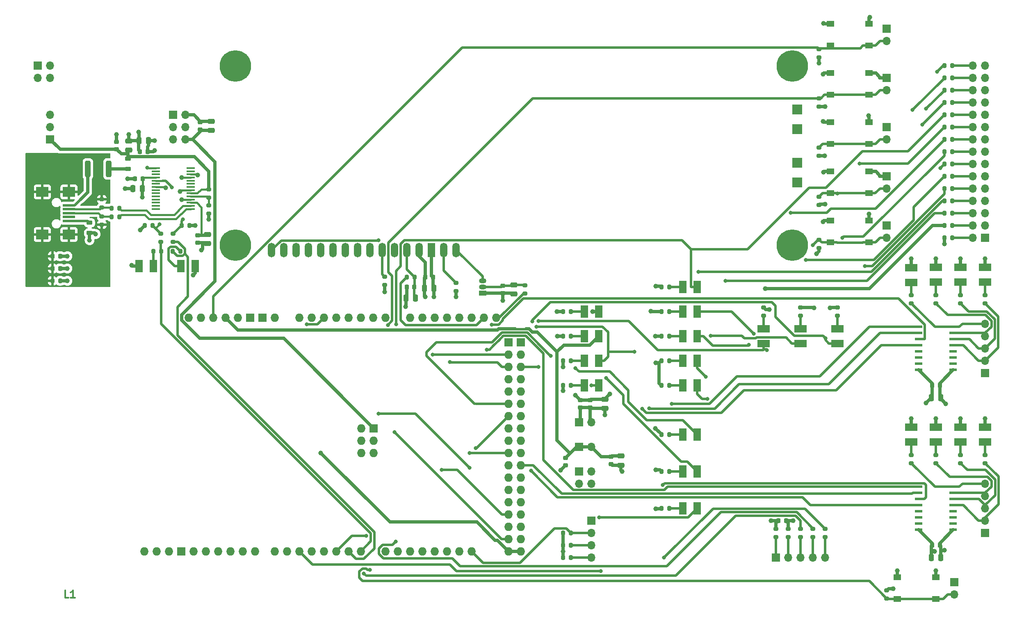
<source format=gbr>
%TF.GenerationSoftware,KiCad,Pcbnew,(6.0.10)*%
%TF.CreationDate,2023-01-27T16:31:28+01:00*%
%TF.ProjectId,MagicGame,4d616769-6347-4616-9d65-2e6b69636164,1.0*%
%TF.SameCoordinates,Original*%
%TF.FileFunction,Copper,L1,Top*%
%TF.FilePolarity,Positive*%
%FSLAX46Y46*%
G04 Gerber Fmt 4.6, Leading zero omitted, Abs format (unit mm)*
G04 Created by KiCad (PCBNEW (6.0.10)) date 2023-01-27 16:31:28*
%MOMM*%
%LPD*%
G01*
G04 APERTURE LIST*
G04 Aperture macros list*
%AMRoundRect*
0 Rectangle with rounded corners*
0 $1 Rounding radius*
0 $2 $3 $4 $5 $6 $7 $8 $9 X,Y pos of 4 corners*
0 Add a 4 corners polygon primitive as box body*
4,1,4,$2,$3,$4,$5,$6,$7,$8,$9,$2,$3,0*
0 Add four circle primitives for the rounded corners*
1,1,$1+$1,$2,$3*
1,1,$1+$1,$4,$5*
1,1,$1+$1,$6,$7*
1,1,$1+$1,$8,$9*
0 Add four rect primitives between the rounded corners*
20,1,$1+$1,$2,$3,$4,$5,0*
20,1,$1+$1,$4,$5,$6,$7,0*
20,1,$1+$1,$6,$7,$8,$9,0*
20,1,$1+$1,$8,$9,$2,$3,0*%
G04 Aperture macros list end*
%ADD10C,0.300000*%
%TA.AperFunction,NonConductor*%
%ADD11C,0.300000*%
%TD*%
%TA.AperFunction,SMDPad,CuDef*%
%ADD12R,2.600000X1.500000*%
%TD*%
%TA.AperFunction,SMDPad,CuDef*%
%ADD13RoundRect,0.225000X0.250000X-0.225000X0.250000X0.225000X-0.250000X0.225000X-0.250000X-0.225000X0*%
%TD*%
%TA.AperFunction,ComponentPad*%
%ADD14R,1.700000X1.700000*%
%TD*%
%TA.AperFunction,ComponentPad*%
%ADD15O,1.700000X1.700000*%
%TD*%
%TA.AperFunction,SMDPad,CuDef*%
%ADD16R,1.500000X2.600000*%
%TD*%
%TA.AperFunction,SMDPad,CuDef*%
%ADD17RoundRect,0.250000X-0.312500X-1.450000X0.312500X-1.450000X0.312500X1.450000X-0.312500X1.450000X0*%
%TD*%
%TA.AperFunction,SMDPad,CuDef*%
%ADD18RoundRect,0.200000X-0.200000X-0.275000X0.200000X-0.275000X0.200000X0.275000X-0.200000X0.275000X0*%
%TD*%
%TA.AperFunction,SMDPad,CuDef*%
%ADD19RoundRect,0.200000X-0.275000X0.200000X-0.275000X-0.200000X0.275000X-0.200000X0.275000X0.200000X0*%
%TD*%
%TA.AperFunction,SMDPad,CuDef*%
%ADD20RoundRect,0.250000X0.475000X-0.250000X0.475000X0.250000X-0.475000X0.250000X-0.475000X-0.250000X0*%
%TD*%
%TA.AperFunction,SMDPad,CuDef*%
%ADD21R,1.550000X1.300000*%
%TD*%
%TA.AperFunction,SMDPad,CuDef*%
%ADD22RoundRect,0.200000X0.275000X-0.200000X0.275000X0.200000X-0.275000X0.200000X-0.275000X-0.200000X0*%
%TD*%
%TA.AperFunction,SMDPad,CuDef*%
%ADD23RoundRect,0.200000X0.200000X0.275000X-0.200000X0.275000X-0.200000X-0.275000X0.200000X-0.275000X0*%
%TD*%
%TA.AperFunction,SMDPad,CuDef*%
%ADD24RoundRect,0.225000X0.225000X0.250000X-0.225000X0.250000X-0.225000X-0.250000X0.225000X-0.250000X0*%
%TD*%
%TA.AperFunction,ComponentPad*%
%ADD25R,1.500000X1.050000*%
%TD*%
%TA.AperFunction,ComponentPad*%
%ADD26O,1.500000X1.050000*%
%TD*%
%TA.AperFunction,SMDPad,CuDef*%
%ADD27R,2.500000X0.500000*%
%TD*%
%TA.AperFunction,SMDPad,CuDef*%
%ADD28R,2.500000X2.000000*%
%TD*%
%TA.AperFunction,SMDPad,CuDef*%
%ADD29RoundRect,0.225000X-0.250000X0.225000X-0.250000X-0.225000X0.250000X-0.225000X0.250000X0.225000X0*%
%TD*%
%TA.AperFunction,SMDPad,CuDef*%
%ADD30RoundRect,0.250000X-0.475000X0.250000X-0.475000X-0.250000X0.475000X-0.250000X0.475000X0.250000X0*%
%TD*%
%TA.AperFunction,SMDPad,CuDef*%
%ADD31RoundRect,0.218750X-0.381250X0.218750X-0.381250X-0.218750X0.381250X-0.218750X0.381250X0.218750X0*%
%TD*%
%TA.AperFunction,SMDPad,CuDef*%
%ADD32RoundRect,0.250000X-0.250000X-0.475000X0.250000X-0.475000X0.250000X0.475000X-0.250000X0.475000X0*%
%TD*%
%TA.AperFunction,SMDPad,CuDef*%
%ADD33R,1.750000X0.450000*%
%TD*%
%TA.AperFunction,SMDPad,CuDef*%
%ADD34RoundRect,0.225000X-0.225000X-0.250000X0.225000X-0.250000X0.225000X0.250000X-0.225000X0.250000X0*%
%TD*%
%TA.AperFunction,SMDPad,CuDef*%
%ADD35R,1.500000X0.600000*%
%TD*%
%TA.AperFunction,SMDPad,CuDef*%
%ADD36RoundRect,0.218750X0.381250X-0.218750X0.381250X0.218750X-0.381250X0.218750X-0.381250X-0.218750X0*%
%TD*%
%TA.AperFunction,SMDPad,CuDef*%
%ADD37RoundRect,0.250000X0.250000X0.475000X-0.250000X0.475000X-0.250000X-0.475000X0.250000X-0.475000X0*%
%TD*%
%TA.AperFunction,ComponentPad*%
%ADD38C,6.500000*%
%TD*%
%TA.AperFunction,ComponentPad*%
%ADD39R,1.500000X3.000000*%
%TD*%
%TA.AperFunction,ComponentPad*%
%ADD40O,1.500000X3.000000*%
%TD*%
%TA.AperFunction,ComponentPad*%
%ADD41R,2.000000X2.000000*%
%TD*%
%TA.AperFunction,ComponentPad*%
%ADD42O,1.727200X1.727200*%
%TD*%
%TA.AperFunction,ComponentPad*%
%ADD43R,1.727200X1.727200*%
%TD*%
%TA.AperFunction,ViaPad*%
%ADD44C,1.000000*%
%TD*%
%TA.AperFunction,ViaPad*%
%ADD45C,0.800000*%
%TD*%
%TA.AperFunction,Conductor*%
%ADD46C,0.700000*%
%TD*%
%TA.AperFunction,Conductor*%
%ADD47C,0.450000*%
%TD*%
%TA.AperFunction,Conductor*%
%ADD48C,0.400000*%
%TD*%
%TA.AperFunction,Conductor*%
%ADD49C,0.500000*%
%TD*%
%TA.AperFunction,Conductor*%
%ADD50C,0.449800*%
%TD*%
G04 APERTURE END LIST*
D10*
D11*
X59686428Y-150538571D02*
X58972142Y-150538571D01*
X58972142Y-149038571D01*
X60972142Y-150538571D02*
X60115000Y-150538571D01*
X60543571Y-150538571D02*
X60543571Y-149038571D01*
X60400714Y-149252857D01*
X60257857Y-149395714D01*
X60115000Y-149467142D01*
D12*
%TO.P,D8,1,K*%
%TO.N,Net-(D8-Pad1)*%
X238760000Y-118340000D03*
%TO.P,D8,2,A*%
%TO.N,+5V*%
X238760000Y-115340000D03*
%TD*%
D13*
%TO.P,C4,1*%
%TO.N,GND*%
X86360000Y-77229000D03*
%TO.P,C4,2*%
%TO.N,/USB_3V3*%
X86360000Y-75679000D03*
%TD*%
D14*
%TO.P,J2,1,Pin_1*%
%TO.N,GND*%
X167640000Y-134620000D03*
D15*
%TO.P,J2,2,Pin_2*%
%TO.N,I2C_SCL*%
X167640000Y-137160000D03*
%TO.P,J2,3,Pin_3*%
%TO.N,I2C_SDA*%
X167640000Y-139700000D03*
%TO.P,J2,4,Pin_4*%
%TO.N,Net-(J2-Pad4)*%
X167640000Y-142240000D03*
%TD*%
D16*
%TO.P,D21,1,K*%
%TO.N,Net-(D21-Pad1)*%
X186460000Y-86360000D03*
%TO.P,D21,2,A*%
%TO.N,LED_PROGRESS1*%
X189460000Y-86360000D03*
%TD*%
D12*
%TO.P,D7,1,K*%
%TO.N,Net-(D7-Pad1)*%
X233680000Y-118340000D03*
%TO.P,D7,2,A*%
%TO.N,+5V*%
X233680000Y-115340000D03*
%TD*%
D17*
%TO.P,F1,1*%
%TO.N,/USB_VBUS*%
X63648500Y-61976000D03*
%TO.P,F1,2*%
%TO.N,/VBUS_fused*%
X67923500Y-61976000D03*
%TD*%
D14*
%TO.P,J9,1,Pin_1*%
%TO.N,GND*%
X242570000Y-147320000D03*
D15*
%TO.P,J9,2,Pin_2*%
%TO.N,SW_START*%
X242570000Y-149860000D03*
%TD*%
D18*
%TO.P,R36,1*%
%TO.N,GND*%
X182055000Y-124460000D03*
%TO.P,R36,2*%
%TO.N,Net-(D19-Pad1)*%
X183705000Y-124460000D03*
%TD*%
D19*
%TO.P,R34,1*%
%TO.N,GND*%
X218440000Y-90615000D03*
%TO.P,R34,2*%
%TO.N,Net-(D17-Pad1)*%
X218440000Y-92265000D03*
%TD*%
D12*
%TO.P,D5,1,K*%
%TO.N,Net-(D5-Pad1)*%
X243840000Y-85320000D03*
%TO.P,D5,2,A*%
%TO.N,+5V*%
X243840000Y-82320000D03*
%TD*%
D20*
%TO.P,C3,1*%
%TO.N,GND*%
X88392000Y-77404000D03*
%TO.P,C3,2*%
%TO.N,/USB_3V3*%
X88392000Y-75504000D03*
%TD*%
D14*
%TO.P,J11,1,Pin_1*%
%TO.N,GND*%
X228600000Y-53340000D03*
D15*
%TO.P,J11,2,Pin_2*%
%TO.N,SW_LIMIT_AZ_R*%
X228600000Y-55880000D03*
%TD*%
D21*
%TO.P,SW6,1,1*%
%TO.N,GND*%
X224955000Y-72680000D03*
X217005000Y-72680000D03*
%TO.P,SW6,2,2*%
%TO.N,SW_LIMIT_EL_T*%
X217005000Y-77180000D03*
X224955000Y-77180000D03*
%TD*%
D22*
%TO.P,R4,1*%
%TO.N,Net-(R4-Pad1)*%
X88646000Y-67881000D03*
%TO.P,R4,2*%
%TO.N,/VBUS_filtered*%
X88646000Y-66231000D03*
%TD*%
%TO.P,R21,1*%
%TO.N,Net-(J4-Pad2)*%
X248920000Y-89725000D03*
%TO.P,R21,2*%
%TO.N,Net-(D6-Pad1)*%
X248920000Y-88075000D03*
%TD*%
D14*
%TO.P,J12,1,Pin_1*%
%TO.N,GND*%
X228600000Y-63500000D03*
D15*
%TO.P,J12,2,Pin_2*%
%TO.N,SW_LIMIT_EL_B*%
X228600000Y-66040000D03*
%TD*%
D16*
%TO.P,D25,1,K*%
%TO.N,Net-(D25-Pad1)*%
X186460000Y-106680000D03*
%TO.P,D25,2,A*%
%TO.N,LED_PROGRESS5*%
X189460000Y-106680000D03*
%TD*%
D20*
%TO.P,C24,1*%
%TO.N,GND*%
X151638000Y-87818000D03*
%TO.P,C24,2*%
%TO.N,Net-(C22-Pad2)*%
X151638000Y-85918000D03*
%TD*%
D22*
%TO.P,R18,1*%
%TO.N,Net-(J4-Pad5)*%
X233680000Y-89725000D03*
%TO.P,R18,2*%
%TO.N,Net-(D3-Pad1)*%
X233680000Y-88075000D03*
%TD*%
D23*
%TO.P,R51,1*%
%TO.N,Net-(J7-Pad18)*%
X242125000Y-55880000D03*
%TO.P,R51,2*%
%TO.N,LED_EL_CENTER*%
X240475000Y-55880000D03*
%TD*%
D24*
%TO.P,C20,1*%
%TO.N,GND*%
X134887000Y-84328000D03*
%TO.P,C20,2*%
%TO.N,+5V*%
X133337000Y-84328000D03*
%TD*%
D20*
%TO.P,C13,1*%
%TO.N,ICSP_GND*%
X89154000Y-54036000D03*
%TO.P,C13,2*%
%TO.N,ICSP_5V*%
X89154000Y-52136000D03*
%TD*%
D12*
%TO.P,D17,1,K*%
%TO.N,Net-(D17-Pad1)*%
X218440000Y-95020000D03*
%TO.P,D17,2,A*%
%TO.N,LED_AZ_RIGHT*%
X218440000Y-98020000D03*
%TD*%
D25*
%TO.P,Q1,1,E*%
%TO.N,GND*%
X145140000Y-87630000D03*
D26*
%TO.P,Q1,2,B*%
%TO.N,Net-(C22-Pad2)*%
X145140000Y-86360000D03*
%TO.P,Q1,3,C*%
%TO.N,Net-(Q1-Pad3)*%
X145140000Y-85090000D03*
%TD*%
D18*
%TO.P,R42,1*%
%TO.N,GND*%
X182055000Y-106680000D03*
%TO.P,R42,2*%
%TO.N,Net-(D25-Pad1)*%
X183705000Y-106680000D03*
%TD*%
D23*
%TO.P,R53,1*%
%TO.N,Net-(J7-Pad22)*%
X242125000Y-50800000D03*
%TO.P,R53,2*%
%TO.N,LED_PROGRESS1*%
X240475000Y-50800000D03*
%TD*%
%TO.P,R43,1*%
%TO.N,Net-(J7-Pad2)*%
X242125000Y-76200000D03*
%TO.P,R43,2*%
%TO.N,+5V*%
X240475000Y-76200000D03*
%TD*%
D18*
%TO.P,R40,1*%
%TO.N,GND*%
X182055000Y-96520000D03*
%TO.P,R40,2*%
%TO.N,Net-(D23-Pad1)*%
X183705000Y-96520000D03*
%TD*%
D23*
%TO.P,R48,1*%
%TO.N,Net-(J7-Pad12)*%
X242125000Y-63500000D03*
%TO.P,R48,2*%
%TO.N,LED_AZ_CENTER*%
X240475000Y-63500000D03*
%TD*%
D14*
%TO.P,J8,1,Pin_1*%
%TO.N,GND*%
X228600000Y-33020000D03*
D15*
%TO.P,J8,2,Pin_2*%
%TO.N,RESET*%
X228600000Y-35560000D03*
%TD*%
D20*
%TO.P,C9,1*%
%TO.N,GND*%
X173736000Y-123190000D03*
%TO.P,C9,2*%
%TO.N,+3.3V*%
X173736000Y-121290000D03*
%TD*%
D23*
%TO.P,R66,1*%
%TO.N,Net-(C21-Pad2)*%
X131127000Y-84328000D03*
%TO.P,R66,2*%
%TO.N,LCD_CO*%
X129477000Y-84328000D03*
%TD*%
D16*
%TO.P,D24,1,K*%
%TO.N,Net-(D24-Pad1)*%
X186460000Y-101600000D03*
%TO.P,D24,2,A*%
%TO.N,LED_PROGRESS4*%
X189460000Y-101600000D03*
%TD*%
D22*
%TO.P,R59,1*%
%TO.N,SW_START*%
X228600000Y-150685000D03*
%TO.P,R59,2*%
%TO.N,+5V*%
X228600000Y-149035000D03*
%TD*%
D12*
%TO.P,D4,1,K*%
%TO.N,Net-(D4-Pad1)*%
X238760000Y-85320000D03*
%TO.P,D4,2,A*%
%TO.N,+5V*%
X238760000Y-82320000D03*
%TD*%
D27*
%TO.P,J1,1,VBUS*%
%TO.N,/USB_VBUS*%
X59759000Y-69520000D03*
%TO.P,J1,2,D-*%
%TO.N,/USB_D-*%
X59759000Y-70320000D03*
%TO.P,J1,3,D+*%
%TO.N,/USB_D+*%
X59759000Y-71120000D03*
%TO.P,J1,4,ID*%
%TO.N,unconnected-(J1-Pad4)*%
X59759000Y-71920000D03*
%TO.P,J1,5,GND*%
%TO.N,/USB_GND*%
X59759000Y-72720000D03*
D28*
%TO.P,J1,6,Shield*%
%TO.N,/USB_Shield*%
X59759000Y-66720000D03*
X54259000Y-75520000D03*
X54259000Y-66720000D03*
X59759000Y-75520000D03*
%TD*%
D29*
%TO.P,C29,1*%
%TO.N,GND*%
X165354000Y-109715000D03*
%TO.P,C29,2*%
%TO.N,+5V*%
X165354000Y-111265000D03*
%TD*%
D16*
%TO.P,D18,1,K*%
%TO.N,Net-(D18-Pad1)*%
X186460000Y-132080000D03*
%TO.P,D18,2,A*%
%TO.N,LED_EL_BOTTOM*%
X189460000Y-132080000D03*
%TD*%
D23*
%TO.P,R56,1*%
%TO.N,Net-(J7-Pad28)*%
X242125000Y-43180000D03*
%TO.P,R56,2*%
%TO.N,LED_PROGRESS4*%
X240475000Y-43180000D03*
%TD*%
D16*
%TO.P,D12,1,K*%
%TO.N,Net-(D12-Pad1)*%
X166140000Y-96520000D03*
%TO.P,D12,2,A*%
%TO.N,+3.3V*%
X169140000Y-96520000D03*
%TD*%
D19*
%TO.P,R65,1*%
%TO.N,Net-(R65-Pad1)*%
X139700000Y-85535000D03*
%TO.P,R65,2*%
%TO.N,+5V*%
X139700000Y-87185000D03*
%TD*%
D30*
%TO.P,C26,1*%
%TO.N,GND*%
X170434000Y-109540000D03*
%TO.P,C26,2*%
%TO.N,+5V*%
X170434000Y-111440000D03*
%TD*%
D12*
%TO.P,D6,1,K*%
%TO.N,Net-(D6-Pad1)*%
X248920000Y-85320000D03*
%TO.P,D6,2,A*%
%TO.N,+5V*%
X248920000Y-82320000D03*
%TD*%
D23*
%TO.P,R14,1*%
%TO.N,I2C_SCL*%
X163385000Y-137160000D03*
%TO.P,R14,2*%
%TO.N,+5V*%
X161735000Y-137160000D03*
%TD*%
D14*
%TO.P,J13,1,Pin_1*%
%TO.N,GND*%
X228600000Y-73660000D03*
D15*
%TO.P,J13,2,Pin_2*%
%TO.N,SW_LIMIT_EL_T*%
X228600000Y-76200000D03*
%TD*%
D22*
%TO.P,R16,1*%
%TO.N,JOY_X*%
X210820000Y-137985000D03*
%TO.P,R16,2*%
%TO.N,/JOY_EL*%
X210820000Y-136335000D03*
%TD*%
D31*
%TO.P,L1,1,1*%
%TO.N,/USB_GND*%
X64008000Y-73105500D03*
%TO.P,L1,2,2*%
%TO.N,GND*%
X64008000Y-75230500D03*
%TD*%
D23*
%TO.P,R13,1*%
%TO.N,I2C_SDA*%
X163385000Y-139700000D03*
%TO.P,R13,2*%
%TO.N,+5V*%
X161735000Y-139700000D03*
%TD*%
D22*
%TO.P,R19,1*%
%TO.N,Net-(J4-Pad4)*%
X238760000Y-89725000D03*
%TO.P,R19,2*%
%TO.N,Net-(D4-Pad1)*%
X238760000Y-88075000D03*
%TD*%
D14*
%TO.P,J16,1,Pin_1*%
%TO.N,+5V*%
X165100000Y-114300000D03*
D15*
%TO.P,J16,2,Pin_2*%
X167640000Y-114300000D03*
%TD*%
D32*
%TO.P,C25,1*%
%TO.N,GND*%
X74234000Y-56134000D03*
%TO.P,C25,2*%
%TO.N,+5V*%
X76134000Y-56134000D03*
%TD*%
D33*
%TO.P,U1,1,TXD*%
%TO.N,Net-(R6-Pad1)*%
X77680000Y-61815000D03*
%TO.P,U1,2,DTR*%
%TO.N,unconnected-(U1-Pad2)*%
X77680000Y-62465000D03*
%TO.P,U1,3,RTS*%
%TO.N,unconnected-(U1-Pad3)*%
X77680000Y-63115000D03*
%TO.P,U1,4,VCCIO*%
%TO.N,+5V*%
X77680000Y-63765000D03*
%TO.P,U1,5,RXD*%
%TO.N,Net-(R7-Pad1)*%
X77680000Y-64415000D03*
%TO.P,U1,6,RI*%
%TO.N,unconnected-(U1-Pad6)*%
X77680000Y-65065000D03*
%TO.P,U1,7,GND*%
%TO.N,GND*%
X77680000Y-65715000D03*
%TO.P,U1,8*%
%TO.N,N/C*%
X77680000Y-66365000D03*
%TO.P,U1,9,DCR*%
%TO.N,unconnected-(U1-Pad9)*%
X77680000Y-67015000D03*
%TO.P,U1,10,DCD*%
%TO.N,unconnected-(U1-Pad10)*%
X77680000Y-67665000D03*
%TO.P,U1,11,CTS*%
%TO.N,unconnected-(U1-Pad11)*%
X77680000Y-68315000D03*
%TO.P,U1,12,CBUS4*%
%TO.N,unconnected-(U1-Pad12)*%
X77680000Y-68965000D03*
%TO.P,U1,13,CBUS2*%
%TO.N,unconnected-(U1-Pad13)*%
X77680000Y-69615000D03*
%TO.P,U1,14,CBUS3*%
%TO.N,unconnected-(U1-Pad14)*%
X77680000Y-70265000D03*
%TO.P,U1,15,USBD+*%
%TO.N,/USB_D_R+*%
X84880000Y-70265000D03*
%TO.P,U1,16,USBD-*%
%TO.N,/USB_D_R-*%
X84880000Y-69615000D03*
%TO.P,U1,17,3V3OUT*%
%TO.N,/USB_3V3*%
X84880000Y-68965000D03*
%TO.P,U1,18,GND*%
%TO.N,GND*%
X84880000Y-68315000D03*
%TO.P,U1,19,~{RESET}*%
%TO.N,Net-(R4-Pad1)*%
X84880000Y-67665000D03*
%TO.P,U1,20,VCC*%
%TO.N,/VBUS_filtered*%
X84880000Y-67015000D03*
%TO.P,U1,21,GND*%
%TO.N,GND*%
X84880000Y-66365000D03*
%TO.P,U1,22,CBUS1*%
%TO.N,unconnected-(U1-Pad22)*%
X84880000Y-65715000D03*
%TO.P,U1,23,CBUS0*%
%TO.N,unconnected-(U1-Pad23)*%
X84880000Y-65065000D03*
%TO.P,U1,24*%
%TO.N,N/C*%
X84880000Y-64415000D03*
%TO.P,U1,25,AGND*%
%TO.N,GND*%
X84880000Y-63765000D03*
%TO.P,U1,26,TEST*%
X84880000Y-63115000D03*
%TO.P,U1,27,OSCI*%
%TO.N,unconnected-(U1-Pad27)*%
X84880000Y-62465000D03*
%TO.P,U1,28,OSCO*%
%TO.N,unconnected-(U1-Pad28)*%
X84880000Y-61815000D03*
%TD*%
D22*
%TO.P,RV1,1*%
%TO.N,/USB_D-*%
X66548000Y-69913000D03*
%TO.P,RV1,2*%
%TO.N,/USB_Shield*%
X66548000Y-68263000D03*
%TD*%
D23*
%TO.P,R50,1*%
%TO.N,Net-(J7-Pad16)*%
X242125000Y-58420000D03*
%TO.P,R50,2*%
%TO.N,LED_EL_BOTTOM*%
X240475000Y-58420000D03*
%TD*%
D16*
%TO.P,D19,1,K*%
%TO.N,Net-(D19-Pad1)*%
X186460000Y-124460000D03*
%TO.P,D19,2,A*%
%TO.N,LED_EL_CENTER*%
X189460000Y-124460000D03*
%TD*%
D19*
%TO.P,R8,1*%
%TO.N,Net-(R6-Pad1)*%
X78740000Y-75375000D03*
%TO.P,R8,2*%
%TO.N,USB_UART_TX*%
X78740000Y-77025000D03*
%TD*%
D32*
%TO.P,C15,1*%
%TO.N,GND*%
X237810000Y-109220000D03*
%TO.P,C15,2*%
%TO.N,+5V*%
X239710000Y-109220000D03*
%TD*%
D22*
%TO.P,R27,1*%
%TO.N,Net-(J6-Pad1)*%
X205740000Y-137985000D03*
%TO.P,R27,2*%
%TO.N,GND*%
X205740000Y-136335000D03*
%TD*%
D34*
%TO.P,C8,1*%
%TO.N,GND*%
X73393000Y-64008000D03*
%TO.P,C8,2*%
%TO.N,+5V*%
X74943000Y-64008000D03*
%TD*%
D21*
%TO.P,SW3,1,1*%
%TO.N,GND*%
X224955000Y-42200000D03*
X217005000Y-42200000D03*
%TO.P,SW3,2,2*%
%TO.N,SW_LIMIT_AZ_L*%
X217005000Y-46700000D03*
X224955000Y-46700000D03*
%TD*%
D22*
%TO.P,R15,1*%
%TO.N,JOY_Y*%
X213360000Y-137985000D03*
%TO.P,R15,2*%
%TO.N,/JOY_AZ*%
X213360000Y-136335000D03*
%TD*%
D30*
%TO.P,C5,1*%
%TO.N,GND*%
X72136000Y-56200000D03*
%TO.P,C5,2*%
%TO.N,/VBUS_filtered*%
X72136000Y-58100000D03*
%TD*%
D34*
%TO.P,C21,1*%
%TO.N,GND*%
X129514000Y-86360000D03*
%TO.P,C21,2*%
%TO.N,Net-(C21-Pad2)*%
X131064000Y-86360000D03*
%TD*%
D35*
%TO.P,U2,1,I1*%
%TO.N,MOTOR1_A+*%
X235210000Y-94615000D03*
%TO.P,U2,2,I2*%
%TO.N,MOTOR1_B+*%
X235210000Y-95885000D03*
%TO.P,U2,3,I3*%
%TO.N,MOTOR1_A-*%
X235210000Y-97155000D03*
%TO.P,U2,4,I4*%
%TO.N,MOTOR1_B-*%
X235210000Y-98425000D03*
%TO.P,U2,5,I5*%
%TO.N,unconnected-(U2-Pad5)*%
X235210000Y-99695000D03*
%TO.P,U2,6,I6*%
%TO.N,unconnected-(U2-Pad6)*%
X235210000Y-100965000D03*
%TO.P,U2,7,I7*%
%TO.N,unconnected-(U2-Pad7)*%
X235210000Y-102235000D03*
%TO.P,U2,8,GND*%
%TO.N,GND*%
X235210000Y-103505000D03*
%TO.P,U2,9,COM*%
%TO.N,+5V*%
X242310000Y-103505000D03*
%TO.P,U2,10,O7*%
%TO.N,unconnected-(U2-Pad10)*%
X242310000Y-102235000D03*
%TO.P,U2,11,O6*%
%TO.N,unconnected-(U2-Pad11)*%
X242310000Y-100965000D03*
%TO.P,U2,12,O5*%
%TO.N,unconnected-(U2-Pad12)*%
X242310000Y-99695000D03*
%TO.P,U2,13,O4*%
%TO.N,Net-(J4-Pad2)*%
X242310000Y-98425000D03*
%TO.P,U2,14,O3*%
%TO.N,Net-(J4-Pad3)*%
X242310000Y-97155000D03*
%TO.P,U2,15,O2*%
%TO.N,Net-(J4-Pad4)*%
X242310000Y-95885000D03*
%TO.P,U2,16,O1*%
%TO.N,Net-(J4-Pad5)*%
X242310000Y-94615000D03*
%TD*%
D29*
%TO.P,C6,1*%
%TO.N,GND*%
X69598000Y-56375000D03*
%TO.P,C6,2*%
%TO.N,/VBUS_filtered*%
X69598000Y-57925000D03*
%TD*%
D32*
%TO.P,C23,1*%
%TO.N,GND*%
X129352000Y-88646000D03*
%TO.P,C23,2*%
%TO.N,Net-(C21-Pad2)*%
X131252000Y-88646000D03*
%TD*%
D16*
%TO.P,D11,1,K*%
%TO.N,Net-(D11-Pad1)*%
X166140000Y-91440000D03*
%TO.P,D11,2,A*%
%TO.N,+5V*%
X169140000Y-91440000D03*
%TD*%
D19*
%TO.P,R9,1*%
%TO.N,Net-(R7-Pad1)*%
X81280000Y-75375000D03*
%TO.P,R9,2*%
%TO.N,USB_UART_RX*%
X81280000Y-77025000D03*
%TD*%
D12*
%TO.P,D3,1,K*%
%TO.N,Net-(D3-Pad1)*%
X233680000Y-85395000D03*
%TO.P,D3,2,A*%
%TO.N,+5V*%
X233680000Y-82395000D03*
%TD*%
D22*
%TO.P,R26,1*%
%TO.N,Net-(J6-Pad2)*%
X208280000Y-137985000D03*
%TO.P,R26,2*%
%TO.N,+5V*%
X208280000Y-136335000D03*
%TD*%
D18*
%TO.P,R1,1*%
%TO.N,/USB_Shield*%
X56310000Y-85090000D03*
%TO.P,R1,2*%
%TO.N,GND*%
X57960000Y-85090000D03*
%TD*%
D12*
%TO.P,D15,1,K*%
%TO.N,Net-(D15-Pad1)*%
X203200000Y-95020000D03*
%TO.P,D15,2,A*%
%TO.N,LED_AZ_LEFT*%
X203200000Y-98020000D03*
%TD*%
D18*
%TO.P,R38,1*%
%TO.N,GND*%
X182055000Y-86360000D03*
%TO.P,R38,2*%
%TO.N,Net-(D21-Pad1)*%
X183705000Y-86360000D03*
%TD*%
D34*
%TO.P,C14,1*%
%TO.N,GND*%
X237985000Y-106680000D03*
%TO.P,C14,2*%
%TO.N,+5V*%
X239535000Y-106680000D03*
%TD*%
D18*
%TO.P,R39,1*%
%TO.N,GND*%
X182055000Y-91440000D03*
%TO.P,R39,2*%
%TO.N,Net-(D22-Pad1)*%
X183705000Y-91440000D03*
%TD*%
D14*
%TO.P,J14,1,Pin_1*%
%TO.N,GND*%
X165100000Y-124460000D03*
D15*
%TO.P,J14,2,Pin_2*%
X167640000Y-124460000D03*
%TO.P,J14,3,Pin_3*%
X165100000Y-127000000D03*
%TO.P,J14,4,Pin_4*%
X167640000Y-127000000D03*
%TD*%
D18*
%TO.P,R31,1*%
%TO.N,GND*%
X161735000Y-106680000D03*
%TO.P,R31,2*%
%TO.N,Net-(D14-Pad1)*%
X163385000Y-106680000D03*
%TD*%
D22*
%TO.P,R25,1*%
%TO.N,Net-(J5-Pad2)*%
X248920000Y-122745000D03*
%TO.P,R25,2*%
%TO.N,Net-(D10-Pad1)*%
X248920000Y-121095000D03*
%TD*%
%TO.P,R23,1*%
%TO.N,Net-(J5-Pad4)*%
X238760000Y-122745000D03*
%TO.P,R23,2*%
%TO.N,Net-(D8-Pad1)*%
X238760000Y-121095000D03*
%TD*%
D34*
%TO.P,C16,1*%
%TO.N,GND*%
X237985000Y-139700000D03*
%TO.P,C16,2*%
%TO.N,+5V*%
X239535000Y-139700000D03*
%TD*%
D23*
%TO.P,R10,1*%
%TO.N,USB_UART_TX*%
X78803000Y-78994000D03*
%TO.P,R10,2*%
%TO.N,Net-(D1-Pad1)*%
X77153000Y-78994000D03*
%TD*%
D16*
%TO.P,D2,1,K*%
%TO.N,Net-(D2-Pad1)*%
X82828000Y-82042000D03*
%TO.P,D2,2,A*%
%TO.N,+5V*%
X85828000Y-82042000D03*
%TD*%
D19*
%TO.P,R63,1*%
%TO.N,SW_LIMIT_EL_T*%
X214630000Y-76645000D03*
%TO.P,R63,2*%
%TO.N,+5V*%
X214630000Y-78295000D03*
%TD*%
D12*
%TO.P,D9,1,K*%
%TO.N,Net-(D9-Pad1)*%
X243840000Y-118340000D03*
%TO.P,D9,2,A*%
%TO.N,+5V*%
X243840000Y-115340000D03*
%TD*%
D19*
%TO.P,R33,1*%
%TO.N,GND*%
X210820000Y-90615000D03*
%TO.P,R33,2*%
%TO.N,Net-(D16-Pad1)*%
X210820000Y-92265000D03*
%TD*%
D12*
%TO.P,D16,1,K*%
%TO.N,Net-(D16-Pad1)*%
X210820000Y-95020000D03*
%TO.P,D16,2,A*%
%TO.N,LED_AZ_CENTER*%
X210820000Y-98020000D03*
%TD*%
D14*
%TO.P,J7,1,Pin_1*%
%TO.N,GND*%
X248920000Y-76200000D03*
D15*
%TO.P,J7,2,Pin_2*%
%TO.N,Net-(J7-Pad2)*%
X246380000Y-76200000D03*
%TO.P,J7,3,Pin_3*%
%TO.N,GND*%
X248920000Y-73660000D03*
%TO.P,J7,4,Pin_4*%
%TO.N,Net-(J7-Pad4)*%
X246380000Y-73660000D03*
%TO.P,J7,5,Pin_5*%
%TO.N,GND*%
X248920000Y-71120000D03*
%TO.P,J7,6,Pin_6*%
%TO.N,Net-(J7-Pad6)*%
X246380000Y-71120000D03*
%TO.P,J7,7,Pin_7*%
%TO.N,GND*%
X248920000Y-68580000D03*
%TO.P,J7,8,Pin_8*%
%TO.N,Net-(J7-Pad8)*%
X246380000Y-68580000D03*
%TO.P,J7,9,Pin_9*%
%TO.N,GND*%
X248920000Y-66040000D03*
%TO.P,J7,10,Pin_10*%
%TO.N,Net-(J7-Pad10)*%
X246380000Y-66040000D03*
%TO.P,J7,11,Pin_11*%
%TO.N,GND*%
X248920000Y-63500000D03*
%TO.P,J7,12,Pin_12*%
%TO.N,Net-(J7-Pad12)*%
X246380000Y-63500000D03*
%TO.P,J7,13,Pin_13*%
%TO.N,GND*%
X248920000Y-60960000D03*
%TO.P,J7,14,Pin_14*%
%TO.N,Net-(J7-Pad14)*%
X246380000Y-60960000D03*
%TO.P,J7,15,Pin_15*%
%TO.N,GND*%
X248920000Y-58420000D03*
%TO.P,J7,16,Pin_16*%
%TO.N,Net-(J7-Pad16)*%
X246380000Y-58420000D03*
%TO.P,J7,17,Pin_17*%
%TO.N,GND*%
X248920000Y-55880000D03*
%TO.P,J7,18,Pin_18*%
%TO.N,Net-(J7-Pad18)*%
X246380000Y-55880000D03*
%TO.P,J7,19,Pin_19*%
%TO.N,GND*%
X248920000Y-53340000D03*
%TO.P,J7,20,Pin_20*%
%TO.N,Net-(J7-Pad20)*%
X246380000Y-53340000D03*
%TO.P,J7,21,Pin_21*%
%TO.N,GND*%
X248920000Y-50800000D03*
%TO.P,J7,22,Pin_22*%
%TO.N,Net-(J7-Pad22)*%
X246380000Y-50800000D03*
%TO.P,J7,23,Pin_23*%
%TO.N,GND*%
X248920000Y-48260000D03*
%TO.P,J7,24,Pin_24*%
%TO.N,Net-(J7-Pad24)*%
X246380000Y-48260000D03*
%TO.P,J7,25,Pin_25*%
%TO.N,GND*%
X248920000Y-45720000D03*
%TO.P,J7,26,Pin_26*%
%TO.N,Net-(J7-Pad26)*%
X246380000Y-45720000D03*
%TO.P,J7,27,Pin_27*%
%TO.N,GND*%
X248920000Y-43180000D03*
%TO.P,J7,28,Pin_28*%
%TO.N,Net-(J7-Pad28)*%
X246380000Y-43180000D03*
%TO.P,J7,29,Pin_29*%
%TO.N,GND*%
X248920000Y-40640000D03*
%TO.P,J7,30,Pin_30*%
%TO.N,Net-(J7-Pad30)*%
X246380000Y-40640000D03*
%TD*%
D16*
%TO.P,D23,1,K*%
%TO.N,Net-(D23-Pad1)*%
X186460000Y-96520000D03*
%TO.P,D23,2,A*%
%TO.N,LED_PROGRESS3*%
X189460000Y-96520000D03*
%TD*%
D34*
%TO.P,C27,1*%
%TO.N,GND*%
X74409000Y-58420000D03*
%TO.P,C27,2*%
%TO.N,+5V*%
X75959000Y-58420000D03*
%TD*%
%TO.P,C2,1*%
%TO.N,/USB_Shield*%
X56375000Y-82550000D03*
%TO.P,C2,2*%
%TO.N,GND*%
X57925000Y-82550000D03*
%TD*%
D19*
%TO.P,R60,1*%
%TO.N,SW_LIMIT_AZ_L*%
X214630000Y-47435000D03*
%TO.P,R60,2*%
%TO.N,+5V*%
X214630000Y-49085000D03*
%TD*%
D16*
%TO.P,D20,1,K*%
%TO.N,Net-(D20-Pad1)*%
X186460000Y-116840000D03*
%TO.P,D20,2,A*%
%TO.N,LED_EL_TOP*%
X189460000Y-116840000D03*
%TD*%
D18*
%TO.P,R29,1*%
%TO.N,GND*%
X161735000Y-96520000D03*
%TO.P,R29,2*%
%TO.N,Net-(D12-Pad1)*%
X163385000Y-96520000D03*
%TD*%
D22*
%TO.P,R22,1*%
%TO.N,Net-(J5-Pad5)*%
X233680000Y-122745000D03*
%TO.P,R22,2*%
%TO.N,Net-(D7-Pad1)*%
X233680000Y-121095000D03*
%TD*%
D23*
%TO.P,R49,1*%
%TO.N,Net-(J7-Pad14)*%
X242125000Y-60960000D03*
%TO.P,R49,2*%
%TO.N,LED_AZ_RIGHT*%
X240475000Y-60960000D03*
%TD*%
D21*
%TO.P,SW1,1,1*%
%TO.N,GND*%
X224955000Y-32040000D03*
X217005000Y-32040000D03*
%TO.P,SW1,2,2*%
%TO.N,RESET*%
X224955000Y-36540000D03*
X217005000Y-36540000D03*
%TD*%
D32*
%TO.P,C17,1*%
%TO.N,GND*%
X237810000Y-142240000D03*
%TO.P,C17,2*%
%TO.N,+5V*%
X239710000Y-142240000D03*
%TD*%
D13*
%TO.P,C12,1*%
%TO.N,ICSP_GND*%
X86868000Y-53848000D03*
%TO.P,C12,2*%
%TO.N,ICSP_5V*%
X86868000Y-52298000D03*
%TD*%
D12*
%TO.P,D10,1,K*%
%TO.N,Net-(D10-Pad1)*%
X248920000Y-118340000D03*
%TO.P,D10,2,A*%
%TO.N,+5V*%
X248920000Y-115340000D03*
%TD*%
D18*
%TO.P,R2,1*%
%TO.N,/USB_D+*%
X68517000Y-71882000D03*
%TO.P,R2,2*%
%TO.N,/USB_D_R+*%
X70167000Y-71882000D03*
%TD*%
D22*
%TO.P,R24,1*%
%TO.N,Net-(J5-Pad3)*%
X243840000Y-122745000D03*
%TO.P,R24,2*%
%TO.N,Net-(D9-Pad1)*%
X243840000Y-121095000D03*
%TD*%
D19*
%TO.P,R58,1*%
%TO.N,RESET*%
X214630000Y-37275000D03*
%TO.P,R58,2*%
%TO.N,+5V*%
X214630000Y-38925000D03*
%TD*%
D23*
%TO.P,R57,1*%
%TO.N,Net-(J7-Pad30)*%
X242125000Y-40640000D03*
%TO.P,R57,2*%
%TO.N,LED_PROGRESS5*%
X240475000Y-40640000D03*
%TD*%
D14*
%TO.P,J4,1,Pin_1*%
%TO.N,+5V*%
X248920000Y-104140000D03*
D15*
%TO.P,J4,2,Pin_2*%
%TO.N,Net-(J4-Pad2)*%
X248920000Y-101600000D03*
%TO.P,J4,3,Pin_3*%
%TO.N,Net-(J4-Pad3)*%
X248920000Y-99060000D03*
%TO.P,J4,4,Pin_4*%
%TO.N,Net-(J4-Pad4)*%
X248920000Y-96520000D03*
%TO.P,J4,5,Pin_5*%
%TO.N,Net-(J4-Pad5)*%
X248920000Y-93980000D03*
%TD*%
D36*
%TO.P,L2,1,1*%
%TO.N,/VBUS_fused*%
X71934000Y-62022500D03*
%TO.P,L2,2,2*%
%TO.N,/VBUS_filtered*%
X71934000Y-59897500D03*
%TD*%
D14*
%TO.P,J17,1,Pin_1*%
%TO.N,+3.3V*%
X165100000Y-119380000D03*
D15*
%TO.P,J17,2,Pin_2*%
X167640000Y-119380000D03*
%TD*%
D16*
%TO.P,D22,1,K*%
%TO.N,Net-(D22-Pad1)*%
X186460000Y-91440000D03*
%TO.P,D22,2,A*%
%TO.N,LED_PROGRESS2*%
X189460000Y-91440000D03*
%TD*%
D13*
%TO.P,C10,1*%
%TO.N,GND*%
X171704000Y-122949000D03*
%TO.P,C10,2*%
%TO.N,+3.3V*%
X171704000Y-121399000D03*
%TD*%
D23*
%TO.P,R47,1*%
%TO.N,Net-(J7-Pad10)*%
X242125000Y-66040000D03*
%TO.P,R47,2*%
%TO.N,LED_AZ_LEFT*%
X240475000Y-66040000D03*
%TD*%
%TO.P,R52,1*%
%TO.N,Net-(J7-Pad20)*%
X242125000Y-53340000D03*
%TO.P,R52,2*%
%TO.N,LED_EL_TOP*%
X240475000Y-53340000D03*
%TD*%
D18*
%TO.P,R37,1*%
%TO.N,GND*%
X182055000Y-116840000D03*
%TO.P,R37,2*%
%TO.N,Net-(D20-Pad1)*%
X183705000Y-116840000D03*
%TD*%
D23*
%TO.P,R45,1*%
%TO.N,Net-(J7-Pad6)*%
X242125000Y-71120000D03*
%TO.P,R45,2*%
%TO.N,LED_OK*%
X240475000Y-71120000D03*
%TD*%
D14*
%TO.P,J3,1,Pin_1*%
%TO.N,ICSP_MISO*%
X81280000Y-50800000D03*
D15*
%TO.P,J3,2,Pin_2*%
%TO.N,ICSP_5V*%
X83820000Y-50800000D03*
%TO.P,J3,3,Pin_3*%
%TO.N,ICSP_SCK*%
X81280000Y-53340000D03*
%TO.P,J3,4,Pin_4*%
%TO.N,ICSP_MOSI*%
X83820000Y-53340000D03*
%TO.P,J3,5,Pin_5*%
%TO.N,ICSP_RST*%
X81280000Y-55880000D03*
%TO.P,J3,6,Pin_6*%
%TO.N,ICSP_GND*%
X83820000Y-55880000D03*
%TD*%
D19*
%TO.P,R32,1*%
%TO.N,GND*%
X203200000Y-90615000D03*
%TO.P,R32,2*%
%TO.N,Net-(D15-Pad1)*%
X203200000Y-92265000D03*
%TD*%
D16*
%TO.P,D1,1,K*%
%TO.N,Net-(D1-Pad1)*%
X77192000Y-82042000D03*
%TO.P,D1,2,A*%
%TO.N,+5V*%
X74192000Y-82042000D03*
%TD*%
D23*
%TO.P,R55,1*%
%TO.N,Net-(J7-Pad26)*%
X242125000Y-45720000D03*
%TO.P,R55,2*%
%TO.N,LED_PROGRESS3*%
X240475000Y-45720000D03*
%TD*%
D19*
%TO.P,R67,1*%
%TO.N,Net-(C22-Pad2)*%
X153924000Y-86043000D03*
%TO.P,R67,2*%
%TO.N,LCD_BL*%
X153924000Y-87693000D03*
%TD*%
%TO.P,R62,1*%
%TO.N,SW_LIMIT_EL_B*%
X214630000Y-67755000D03*
%TO.P,R62,2*%
%TO.N,+5V*%
X214630000Y-69405000D03*
%TD*%
D18*
%TO.P,R11,1*%
%TO.N,USB_UART_RX*%
X81154000Y-78994000D03*
%TO.P,R11,2*%
%TO.N,Net-(D2-Pad1)*%
X82804000Y-78994000D03*
%TD*%
D19*
%TO.P,R61,1*%
%TO.N,SW_LIMIT_AZ_R*%
X214630000Y-57595000D03*
%TO.P,R61,2*%
%TO.N,+5V*%
X214630000Y-59245000D03*
%TD*%
D14*
%TO.P,J15,1,Pin_1*%
%TO.N,GND*%
X53340000Y-40640000D03*
D15*
%TO.P,J15,2,Pin_2*%
X55880000Y-40640000D03*
%TO.P,J15,3,Pin_3*%
X53340000Y-43180000D03*
%TO.P,J15,4,Pin_4*%
X55880000Y-43180000D03*
%TD*%
D23*
%TO.P,R44,1*%
%TO.N,Net-(J7-Pad4)*%
X242125000Y-73660000D03*
%TO.P,R44,2*%
%TO.N,+3.3V*%
X240475000Y-73660000D03*
%TD*%
D22*
%TO.P,R20,1*%
%TO.N,Net-(J4-Pad3)*%
X243840000Y-89725000D03*
%TO.P,R20,2*%
%TO.N,Net-(D5-Pad1)*%
X243840000Y-88075000D03*
%TD*%
D19*
%TO.P,RV2,1*%
%TO.N,/USB_D+*%
X66548000Y-71819000D03*
%TO.P,RV2,2*%
%TO.N,/USB_Shield*%
X66548000Y-73469000D03*
%TD*%
D21*
%TO.P,SW5,1,1*%
%TO.N,GND*%
X217005000Y-62520000D03*
X224955000Y-62520000D03*
%TO.P,SW5,2,2*%
%TO.N,SW_LIMIT_EL_B*%
X224955000Y-67020000D03*
X217005000Y-67020000D03*
%TD*%
D34*
%TO.P,C1,1*%
%TO.N,/USB_Shield*%
X56375000Y-80010000D03*
%TO.P,C1,2*%
%TO.N,GND*%
X57925000Y-80010000D03*
%TD*%
D13*
%TO.P,C11,1*%
%TO.N,GND*%
X162306000Y-123203000D03*
%TO.P,C11,2*%
%TO.N,+3.3V*%
X162306000Y-121653000D03*
%TD*%
D23*
%TO.P,R46,1*%
%TO.N,Net-(J7-Pad8)*%
X242125000Y-68580000D03*
%TO.P,R46,2*%
%TO.N,LED_ERROR*%
X240475000Y-68580000D03*
%TD*%
D18*
%TO.P,R41,1*%
%TO.N,GND*%
X182055000Y-101600000D03*
%TO.P,R41,2*%
%TO.N,Net-(D24-Pad1)*%
X183705000Y-101600000D03*
%TD*%
%TO.P,R30,1*%
%TO.N,GND*%
X161735000Y-101600000D03*
%TO.P,R30,2*%
%TO.N,Net-(D13-Pad1)*%
X163385000Y-101600000D03*
%TD*%
D35*
%TO.P,U3,1,I1*%
%TO.N,MOTOR2_A+*%
X235210000Y-127635000D03*
%TO.P,U3,2,I2*%
%TO.N,MOTOR2_B+*%
X235210000Y-128905000D03*
%TO.P,U3,3,I3*%
%TO.N,MOTOR2_A-*%
X235210000Y-130175000D03*
%TO.P,U3,4,I4*%
%TO.N,MOTOR2_B-*%
X235210000Y-131445000D03*
%TO.P,U3,5,I5*%
%TO.N,unconnected-(U3-Pad5)*%
X235210000Y-132715000D03*
%TO.P,U3,6,I6*%
%TO.N,unconnected-(U3-Pad6)*%
X235210000Y-133985000D03*
%TO.P,U3,7,I7*%
%TO.N,unconnected-(U3-Pad7)*%
X235210000Y-135255000D03*
%TO.P,U3,8,GND*%
%TO.N,GND*%
X235210000Y-136525000D03*
%TO.P,U3,9,COM*%
%TO.N,+5V*%
X242310000Y-136525000D03*
%TO.P,U3,10,O7*%
%TO.N,unconnected-(U3-Pad10)*%
X242310000Y-135255000D03*
%TO.P,U3,11,O6*%
%TO.N,unconnected-(U3-Pad11)*%
X242310000Y-133985000D03*
%TO.P,U3,12,O5*%
%TO.N,unconnected-(U3-Pad12)*%
X242310000Y-132715000D03*
%TO.P,U3,13,O4*%
%TO.N,Net-(J5-Pad2)*%
X242310000Y-131445000D03*
%TO.P,U3,14,O3*%
%TO.N,Net-(J5-Pad3)*%
X242310000Y-130175000D03*
%TO.P,U3,15,O2*%
%TO.N,Net-(J5-Pad4)*%
X242310000Y-128905000D03*
%TO.P,U3,16,O1*%
%TO.N,Net-(J5-Pad5)*%
X242310000Y-127635000D03*
%TD*%
D37*
%TO.P,C19,1*%
%TO.N,GND*%
X135062000Y-86614000D03*
%TO.P,C19,2*%
%TO.N,+5V*%
X133162000Y-86614000D03*
%TD*%
D16*
%TO.P,D14,1,K*%
%TO.N,Net-(D14-Pad1)*%
X166140000Y-106680000D03*
%TO.P,D14,2,A*%
%TO.N,LED_ERROR*%
X169140000Y-106680000D03*
%TD*%
D38*
%TO.P,U4,*%
%TO.N,*%
X209120000Y-40740000D03*
X94120000Y-40740000D03*
X209120000Y-77740000D03*
X94120000Y-77740000D03*
D39*
%TO.P,U4,1,VSS*%
%TO.N,GND*%
X134620000Y-78740000D03*
D40*
%TO.P,U4,2,VDD*%
%TO.N,+5V*%
X132080000Y-78740000D03*
%TO.P,U4,3,VO*%
%TO.N,Net-(C21-Pad2)*%
X129540000Y-78740000D03*
%TO.P,U4,4,RS*%
%TO.N,LCD_RS*%
X127000000Y-78740000D03*
%TO.P,U4,5,R/~{W}*%
%TO.N,Net-(R64-Pad2)*%
X124460000Y-78740000D03*
%TO.P,U4,6,E*%
%TO.N,LCD_EN*%
X121920000Y-78740000D03*
%TO.P,U4,7,DB0*%
%TO.N,unconnected-(U4-Pad7)*%
X119380000Y-78740000D03*
%TO.P,U4,8,DB1*%
%TO.N,unconnected-(U4-Pad8)*%
X116840000Y-78740000D03*
%TO.P,U4,9,DB2*%
%TO.N,unconnected-(U4-Pad9)*%
X114300000Y-78740000D03*
%TO.P,U4,10,DB3*%
%TO.N,unconnected-(U4-Pad10)*%
X111760000Y-78740000D03*
%TO.P,U4,11,DB4*%
%TO.N,LCD_D4*%
X109220000Y-78740000D03*
%TO.P,U4,12,DB5*%
%TO.N,LCD_D5*%
X106680000Y-78740000D03*
%TO.P,U4,13,DB6*%
%TO.N,LCD_D6*%
X104140000Y-78740000D03*
%TO.P,U4,14,DB7*%
%TO.N,LCD_D7*%
X101600000Y-78740000D03*
%TO.P,U4,15,A/VEE*%
%TO.N,Net-(R65-Pad1)*%
X137160000Y-78740000D03*
%TO.P,U4,16,K*%
%TO.N,Net-(Q1-Pad3)*%
X139700000Y-78740000D03*
D41*
%TO.P,U4,A1,A1*%
%TO.N,unconnected-(U4-PadA1)*%
X210120000Y-64740000D03*
%TO.P,U4,A2,A2*%
%TO.N,unconnected-(U4-PadA2)*%
X210120000Y-53740000D03*
%TO.P,U4,K1,K1*%
%TO.N,unconnected-(U4-PadK1)*%
X210120000Y-60740000D03*
%TO.P,U4,K2,K2*%
%TO.N,unconnected-(U4-PadK2)*%
X210120000Y-49740000D03*
%TD*%
D23*
%TO.P,R12,1*%
%TO.N,Net-(J2-Pad4)*%
X163385000Y-142240000D03*
%TO.P,R12,2*%
%TO.N,+5V*%
X161735000Y-142240000D03*
%TD*%
D34*
%TO.P,C18,1*%
%TO.N,GND*%
X206235000Y-134620000D03*
%TO.P,C18,2*%
%TO.N,+5V*%
X207785000Y-134620000D03*
%TD*%
D32*
%TO.P,C7,1*%
%TO.N,GND*%
X72964000Y-66040000D03*
%TO.P,C7,2*%
%TO.N,+5V*%
X74864000Y-66040000D03*
%TD*%
D23*
%TO.P,R54,1*%
%TO.N,Net-(J7-Pad24)*%
X242125000Y-48260000D03*
%TO.P,R54,2*%
%TO.N,LED_PROGRESS2*%
X240475000Y-48260000D03*
%TD*%
%TO.P,R6,1*%
%TO.N,Net-(R6-Pad1)*%
X77025000Y-73660000D03*
%TO.P,R6,2*%
%TO.N,+5V*%
X75375000Y-73660000D03*
%TD*%
D14*
%TO.P,JP1,1,A*%
%TO.N,/VBUS_filtered*%
X55880000Y-55880000D03*
D15*
%TO.P,JP1,2,C*%
%TO.N,+5V*%
X55880000Y-53340000D03*
%TO.P,JP1,3,B*%
%TO.N,5V_ARDUINO*%
X55880000Y-50800000D03*
%TD*%
D18*
%TO.P,R35,1*%
%TO.N,GND*%
X182055000Y-132080000D03*
%TO.P,R35,2*%
%TO.N,Net-(D18-Pad1)*%
X183705000Y-132080000D03*
%TD*%
%TO.P,R28,1*%
%TO.N,GND*%
X161735000Y-91440000D03*
%TO.P,R28,2*%
%TO.N,Net-(D11-Pad1)*%
X163385000Y-91440000D03*
%TD*%
D16*
%TO.P,D13,1,K*%
%TO.N,Net-(D13-Pad1)*%
X166140000Y-101600000D03*
%TO.P,D13,2,A*%
%TO.N,LED_OK*%
X169140000Y-101600000D03*
%TD*%
D21*
%TO.P,SW4,1,1*%
%TO.N,GND*%
X224955000Y-52360000D03*
X217005000Y-52360000D03*
%TO.P,SW4,2,2*%
%TO.N,SW_LIMIT_AZ_R*%
X217005000Y-56860000D03*
X224955000Y-56860000D03*
%TD*%
%TO.P,SW2,1,1*%
%TO.N,GND*%
X238695000Y-146340000D03*
X230745000Y-146340000D03*
%TO.P,SW2,2,2*%
%TO.N,SW_START*%
X230745000Y-150840000D03*
X238695000Y-150840000D03*
%TD*%
D14*
%TO.P,J5,1,Pin_1*%
%TO.N,+5V*%
X248920000Y-137160000D03*
D15*
%TO.P,J5,2,Pin_2*%
%TO.N,Net-(J5-Pad2)*%
X248920000Y-134620000D03*
%TO.P,J5,3,Pin_3*%
%TO.N,Net-(J5-Pad3)*%
X248920000Y-132080000D03*
%TO.P,J5,4,Pin_4*%
%TO.N,Net-(J5-Pad4)*%
X248920000Y-129540000D03*
%TO.P,J5,5,Pin_5*%
%TO.N,Net-(J5-Pad5)*%
X248920000Y-127000000D03*
%TD*%
D13*
%TO.P,C22,1*%
%TO.N,GND*%
X149352000Y-87643000D03*
%TO.P,C22,2*%
%TO.N,Net-(C22-Pad2)*%
X149352000Y-86093000D03*
%TD*%
D18*
%TO.P,R7,1*%
%TO.N,Net-(R7-Pad1)*%
X82995000Y-73660000D03*
%TO.P,R7,2*%
%TO.N,+5V*%
X84645000Y-73660000D03*
%TD*%
%TO.P,R3,1*%
%TO.N,/USB_D-*%
X68517000Y-70104000D03*
%TO.P,R3,2*%
%TO.N,/USB_D_R-*%
X70167000Y-70104000D03*
%TD*%
D14*
%TO.P,J10,1,Pin_1*%
%TO.N,GND*%
X228600000Y-43180000D03*
D15*
%TO.P,J10,2,Pin_2*%
%TO.N,SW_LIMIT_AZ_L*%
X228600000Y-45720000D03*
%TD*%
D22*
%TO.P,R5,1*%
%TO.N,GND*%
X88646000Y-71183000D03*
%TO.P,R5,2*%
%TO.N,Net-(R4-Pad1)*%
X88646000Y-69533000D03*
%TD*%
D14*
%TO.P,J6,1,Pin_1*%
%TO.N,Net-(J6-Pad1)*%
X205740000Y-142240000D03*
D15*
%TO.P,J6,2,Pin_2*%
%TO.N,Net-(J6-Pad2)*%
X208280000Y-142240000D03*
%TO.P,J6,3,Pin_3*%
%TO.N,JOY_X*%
X210820000Y-142240000D03*
%TO.P,J6,4,Pin_4*%
%TO.N,JOY_Y*%
X213360000Y-142240000D03*
%TO.P,J6,5,Pin_5*%
%TO.N,JOY_SW*%
X215900000Y-142240000D03*
%TD*%
D29*
%TO.P,C28,1*%
%TO.N,GND*%
X167386000Y-109715000D03*
%TO.P,C28,2*%
%TO.N,+5V*%
X167386000Y-111265000D03*
%TD*%
D22*
%TO.P,R17,1*%
%TO.N,JOY_SW*%
X215900000Y-137985000D03*
%TO.P,R17,2*%
%TO.N,/JOY_START*%
X215900000Y-136335000D03*
%TD*%
%TO.P,R64,1*%
%TO.N,GND*%
X124968000Y-85915000D03*
%TO.P,R64,2*%
%TO.N,Net-(R64-Pad2)*%
X124968000Y-84265000D03*
%TD*%
D42*
%TO.P,XA1,*%
%TO.N,*%
X84450000Y-92710000D03*
%TO.P,XA1,3V3,3.3V*%
%TO.N,+3.3V*%
X92070000Y-92710000D03*
%TO.P,XA1,5V1,5V*%
%TO.N,5V_ARDUINO*%
X94610000Y-92710000D03*
%TO.P,XA1,5V2,SPI_5V*%
%TO.N,ICSP_5V*%
X122677000Y-120650000D03*
%TO.P,XA1,5V3,5V*%
%TO.N,5V_ARDUINO*%
X150490000Y-140970000D03*
%TO.P,XA1,5V4,5V*%
X153030000Y-140970000D03*
%TO.P,XA1,A0,A0*%
%TO.N,/JOY_AZ*%
X107310000Y-92710000D03*
%TO.P,XA1,A1,A1*%
%TO.N,/JOY_EL*%
X109850000Y-92710000D03*
%TO.P,XA1,A2,A2*%
%TO.N,/JOY_START*%
X112390000Y-92710000D03*
%TO.P,XA1,A3,A3*%
%TO.N,unconnected-(XA1-PadA3)*%
X114930000Y-92710000D03*
%TO.P,XA1,A4,A4*%
%TO.N,unconnected-(XA1-PadA4)*%
X117470000Y-92710000D03*
%TO.P,XA1,A5,A5*%
%TO.N,unconnected-(XA1-PadA5)*%
X120010000Y-92710000D03*
%TO.P,XA1,A6,A6*%
%TO.N,unconnected-(XA1-PadA6)*%
X122550000Y-92710000D03*
%TO.P,XA1,A7,A7*%
%TO.N,unconnected-(XA1-PadA7)*%
X125090000Y-92710000D03*
%TO.P,XA1,A8,A8*%
%TO.N,unconnected-(XA1-PadA8)*%
X130170000Y-92710000D03*
%TO.P,XA1,A9,A9*%
%TO.N,unconnected-(XA1-PadA9)*%
X132710000Y-92710000D03*
%TO.P,XA1,A10,A10*%
%TO.N,unconnected-(XA1-PadA10)*%
X135250000Y-92710000D03*
%TO.P,XA1,A11,A11*%
%TO.N,unconnected-(XA1-PadA11)*%
X137790000Y-92710000D03*
%TO.P,XA1,A12,A12*%
%TO.N,unconnected-(XA1-PadA12)*%
X140330000Y-92710000D03*
%TO.P,XA1,A13,A13*%
%TO.N,unconnected-(XA1-PadA13)*%
X142870000Y-92710000D03*
%TO.P,XA1,A14,A14*%
%TO.N,LCD_CO*%
X145410000Y-92710000D03*
%TO.P,XA1,A15,A15*%
%TO.N,LCD_BL*%
X147950000Y-92710000D03*
%TO.P,XA1,AREF,AREF*%
%TO.N,unconnected-(XA1-PadAREF)*%
X80386000Y-140970000D03*
%TO.P,XA1,D0,D0_RX0*%
%TO.N,USB_UART_TX*%
X120010000Y-140970000D03*
%TO.P,XA1,D1,D1_TX0*%
%TO.N,USB_UART_RX*%
X117470000Y-140970000D03*
%TO.P,XA1,D2,D2_INT0*%
%TO.N,LED_PROGRESS1*%
X114930000Y-140970000D03*
%TO.P,XA1,D3,D3_INT1*%
%TO.N,LED_PROGRESS2*%
X112390000Y-140970000D03*
%TO.P,XA1,D4,D4*%
%TO.N,LED_PROGRESS3*%
X109850000Y-140970000D03*
%TO.P,XA1,D5,D5*%
%TO.N,LED_PROGRESS4*%
X107310000Y-140970000D03*
%TO.P,XA1,D6,D6*%
%TO.N,LED_PROGRESS5*%
X104770000Y-140970000D03*
%TO.P,XA1,D7,D7*%
%TO.N,unconnected-(XA1-PadD7)*%
X102230000Y-140970000D03*
%TO.P,XA1,D8,D8*%
%TO.N,unconnected-(XA1-PadD8)*%
X98166000Y-140970000D03*
%TO.P,XA1,D9,D9*%
%TO.N,unconnected-(XA1-PadD9)*%
X95626000Y-140970000D03*
%TO.P,XA1,D10,D10*%
%TO.N,unconnected-(XA1-PadD10)*%
X93086000Y-140970000D03*
%TO.P,XA1,D11,D11*%
%TO.N,unconnected-(XA1-PadD11)*%
X90546000Y-140970000D03*
%TO.P,XA1,D12,D12*%
%TO.N,unconnected-(XA1-PadD12)*%
X88006000Y-140970000D03*
%TO.P,XA1,D13,D13*%
%TO.N,unconnected-(XA1-PadD13)*%
X85466000Y-140970000D03*
%TO.P,XA1,D14,D14_TX3*%
%TO.N,unconnected-(XA1-PadD14)*%
X125090000Y-140970000D03*
%TO.P,XA1,D15,D15_RX3*%
%TO.N,unconnected-(XA1-PadD15)*%
X127630000Y-140970000D03*
%TO.P,XA1,D16,D16_TX2*%
%TO.N,unconnected-(XA1-PadD16)*%
X130170000Y-140970000D03*
%TO.P,XA1,D17,D17_RX2*%
%TO.N,unconnected-(XA1-PadD17)*%
X132710000Y-140970000D03*
%TO.P,XA1,D18,D18_TX1*%
%TO.N,unconnected-(XA1-PadD18)*%
X135250000Y-140970000D03*
%TO.P,XA1,D19,D19_RX1*%
%TO.N,unconnected-(XA1-PadD19)*%
X137790000Y-140970000D03*
%TO.P,XA1,D20,D20_SDA*%
%TO.N,I2C_SDA*%
X140330000Y-140970000D03*
%TO.P,XA1,D21,D21_SCL*%
%TO.N,I2C_SCL*%
X142870000Y-140970000D03*
%TO.P,XA1,D22,D22*%
%TO.N,SW_LIMIT_AZ_L*%
X150490000Y-138430000D03*
%TO.P,XA1,D23,D23*%
%TO.N,SW_LIMIT_AZ_R*%
X153030000Y-138430000D03*
%TO.P,XA1,D24,D24*%
%TO.N,SW_LIMIT_EL_B*%
X150490000Y-135890000D03*
%TO.P,XA1,D25,D25*%
%TO.N,SW_LIMIT_EL_T*%
X153030000Y-135890000D03*
%TO.P,XA1,D26,D26*%
%TO.N,SW_START*%
X150490000Y-133350000D03*
%TO.P,XA1,D27,D27*%
%TO.N,unconnected-(XA1-PadD27)*%
X153030000Y-133350000D03*
%TO.P,XA1,D28,D28*%
%TO.N,unconnected-(XA1-PadD28)*%
X150490000Y-130810000D03*
%TO.P,XA1,D29,D29*%
%TO.N,unconnected-(XA1-PadD29)*%
X153030000Y-130810000D03*
%TO.P,XA1,D30,D30*%
%TO.N,MOTOR1_A+*%
X150490000Y-128270000D03*
%TO.P,XA1,D31,D31*%
%TO.N,MOTOR1_B+*%
X153030000Y-128270000D03*
%TO.P,XA1,D32,D32*%
%TO.N,MOTOR1_A-*%
X150490000Y-125730000D03*
%TO.P,XA1,D33,D33*%
%TO.N,MOTOR1_B-*%
X153030000Y-125730000D03*
%TO.P,XA1,D34,D34*%
%TO.N,MOTOR2_A+*%
X150490000Y-123190000D03*
%TO.P,XA1,D35,D35*%
%TO.N,MOTOR2_B+*%
X153030000Y-123190000D03*
%TO.P,XA1,D36,D36*%
%TO.N,MOTOR2_A-*%
X150490000Y-120650000D03*
%TO.P,XA1,D37,D37*%
%TO.N,MOTOR2_B-*%
X153030000Y-120650000D03*
%TO.P,XA1,D38,D38*%
%TO.N,LED_AZ_LEFT*%
X150490000Y-118110000D03*
%TO.P,XA1,D39,D39*%
%TO.N,LED_AZ_CENTER*%
X153030000Y-118110000D03*
%TO.P,XA1,D40,D40*%
%TO.N,LED_AZ_RIGHT*%
X150490000Y-115570000D03*
%TO.P,XA1,D41,D41*%
%TO.N,unconnected-(XA1-PadD41)*%
X153030000Y-115570000D03*
%TO.P,XA1,D42,D42*%
%TO.N,LED_EL_BOTTOM*%
X150490000Y-113030000D03*
%TO.P,XA1,D43,D43*%
%TO.N,LED_EL_CENTER*%
X153030000Y-113030000D03*
%TO.P,XA1,D44,D44*%
%TO.N,LED_EL_TOP*%
X150490000Y-110490000D03*
%TO.P,XA1,D45,D45*%
%TO.N,unconnected-(XA1-PadD45)*%
X153030000Y-110490000D03*
%TO.P,XA1,D46,D46*%
%TO.N,LED_OK*%
X150490000Y-107950000D03*
%TO.P,XA1,D47,D47*%
%TO.N,LED_ERROR*%
X153030000Y-107950000D03*
%TO.P,XA1,D48,D48*%
%TO.N,LCD_RS*%
X150490000Y-105410000D03*
%TO.P,XA1,D49,D49*%
%TO.N,LCD_EN*%
X153030000Y-105410000D03*
%TO.P,XA1,D50,D50*%
%TO.N,LCD_D4*%
X150490000Y-102870000D03*
%TO.P,XA1,D51,D51*%
%TO.N,LCD_D5*%
X153030000Y-102870000D03*
%TO.P,XA1,D52,D52*%
%TO.N,LCD_D6*%
X150490000Y-100330000D03*
%TO.P,XA1,D53,D53_SS*%
%TO.N,LCD_D7*%
X153030000Y-100330000D03*
D43*
%TO.P,XA1,GND1,GND*%
%TO.N,GND*%
X82926000Y-140970000D03*
%TO.P,XA1,GND2,GND*%
X97150000Y-92710000D03*
%TO.P,XA1,GND3,GND*%
X99690000Y-92710000D03*
%TO.P,XA1,GND4,SPI_GND*%
%TO.N,ICSP_GND*%
X122677000Y-115570000D03*
%TO.P,XA1,GND5,GND*%
%TO.N,GND*%
X150490000Y-97790000D03*
%TO.P,XA1,GND6,GND*%
X153030000Y-97790000D03*
D42*
%TO.P,XA1,IORF,IOREF*%
%TO.N,unconnected-(XA1-PadIORF)*%
X86990000Y-92710000D03*
%TO.P,XA1,MISO,SPI_MISO*%
%TO.N,ICSP_MISO*%
X120137000Y-120650000D03*
%TO.P,XA1,MOSI,SPI_MOSI*%
%TO.N,ICSP_MOSI*%
X122677000Y-118110000D03*
%TO.P,XA1,RST1,RESET*%
%TO.N,RESET*%
X89530000Y-92710000D03*
%TO.P,XA1,RST2,SPI_RESET*%
%TO.N,ICSP_RST*%
X120137000Y-115570000D03*
%TO.P,XA1,SCK,SPI_SCK*%
%TO.N,ICSP_SCK*%
X120137000Y-118110000D03*
%TO.P,XA1,SCL,SCL*%
%TO.N,unconnected-(XA1-PadSCL)*%
X75306000Y-140970000D03*
%TO.P,XA1,SDA,SDA*%
%TO.N,unconnected-(XA1-PadSDA)*%
X77846000Y-140970000D03*
%TO.P,XA1,VIN,VIN*%
%TO.N,unconnected-(XA1-PadVIN)*%
X102230000Y-92710000D03*
%TD*%
D44*
%TO.N,GND*%
X179909000Y-91347500D03*
X135128000Y-88392000D03*
X59436000Y-85090000D03*
X79736000Y-65895000D03*
X71374000Y-66040000D03*
X74168000Y-54356000D03*
X180848000Y-115570000D03*
X69596000Y-54864000D03*
X204724000Y-134620000D03*
X164338000Y-108712000D03*
X215530000Y-62620100D03*
X215455000Y-52185000D03*
X149352000Y-89154000D03*
X88646000Y-72390000D03*
X238695000Y-144916000D03*
X82687600Y-66610900D03*
X87122000Y-78740000D03*
X129286000Y-90424000D03*
X230745000Y-144988000D03*
X72136000Y-54864000D03*
X71882000Y-64008000D03*
X180872000Y-86237000D03*
X59436000Y-82550000D03*
X160608000Y-96520000D03*
X160528000Y-91440000D03*
X225107000Y-30637600D03*
X215526000Y-31920300D03*
X180889000Y-132141000D03*
X64008000Y-76708000D03*
X180848000Y-96520000D03*
X86360000Y-63246000D03*
X236734000Y-110296000D03*
X215482000Y-72903200D03*
X204380000Y-91039300D03*
X171450000Y-108458000D03*
X173990000Y-124460000D03*
X124968000Y-87376000D03*
X224826000Y-50981300D03*
X59436000Y-80010000D03*
X83058000Y-63754000D03*
X65278000Y-75438000D03*
X215433000Y-42397300D03*
X224965000Y-71310000D03*
X161290000Y-124206000D03*
X213614000Y-90678000D03*
X180874000Y-124166000D03*
X161735000Y-107778500D03*
X180878000Y-102039000D03*
X216916000Y-90678000D03*
X83058000Y-68326000D03*
X161735000Y-102843000D03*
X238506000Y-140970000D03*
%TO.N,+5V*%
X240792000Y-110490000D03*
X243840000Y-113538000D03*
X240538000Y-77470000D03*
X209296000Y-134620000D03*
X85840400Y-73679700D03*
X161735000Y-140970000D03*
X238760000Y-80518000D03*
X77470000Y-56134000D03*
X72715200Y-81915200D03*
X248920000Y-113538000D03*
X214630000Y-40132000D03*
X167894000Y-91440000D03*
X139700000Y-88392000D03*
X248920000Y-80518000D03*
X215853000Y-69258500D03*
X74930000Y-67818000D03*
X74445400Y-74589600D03*
X243840000Y-80518000D03*
X238760000Y-113538000D03*
X77470000Y-58166000D03*
X215822000Y-49127500D03*
X240538000Y-140716000D03*
X215816000Y-59263300D03*
X170434000Y-112776000D03*
X85389400Y-83923500D03*
X233680000Y-113538000D03*
X229880000Y-148683000D03*
X133350000Y-88392000D03*
X214122000Y-79502000D03*
X233680000Y-80518000D03*
D45*
%TO.N,LED_OK*%
X176479000Y-99766400D03*
X195326000Y-85090000D03*
X156226000Y-94541300D03*
%TO.N,LED_ERROR*%
X167640000Y-106680000D03*
X189743000Y-83242500D03*
%TO.N,LED_AZ_LEFT*%
X203840000Y-99442700D03*
X156705000Y-93395300D03*
X224057000Y-82013200D03*
%TO.N,LED_AZ_CENTER*%
X211853000Y-80748400D03*
X192206000Y-96451800D03*
%TO.N,LED_AZ_RIGHT*%
X155448000Y-93472000D03*
X239632000Y-61803400D03*
X215914000Y-96959400D03*
%TO.N,LED_EL_BOTTOM*%
X143764000Y-119634000D03*
X219456000Y-76200000D03*
X169212000Y-133973000D03*
%TO.N,LED_EL_CENTER*%
X170688000Y-105156000D03*
X208737000Y-71067900D03*
%TO.N,LED_EL_TOP*%
X222978000Y-60862000D03*
X164338000Y-103124000D03*
X159258000Y-100584000D03*
%TO.N,LED_PROGRESS1*%
X127282000Y-94040400D03*
X121136000Y-137757000D03*
%TO.N,LED_PROGRESS2*%
X235934532Y-52800532D03*
X201168000Y-96012000D03*
%TO.N,LED_PROGRESS3*%
X200152000Y-98298000D03*
X236728000Y-49530000D03*
%TO.N,LED_PROGRESS4*%
X191262000Y-104902000D03*
X233916000Y-49821200D03*
X169564000Y-145034000D03*
%TO.N,LED_PROGRESS5*%
X239014000Y-41910000D03*
X191544000Y-109504000D03*
%TO.N,SW_LIMIT_AZ_L*%
X127000000Y-116332000D03*
X125589000Y-94218000D03*
%TO.N,SW_LIMIT_EL_B*%
X218424000Y-67079800D03*
%TO.N,SW_LIMIT_EL_T*%
X213360000Y-77724000D03*
D44*
%TO.N,5V_ARDUINO*%
X111748000Y-120662000D03*
D45*
%TO.N,Net-(R6-Pad1)*%
X78486000Y-73406000D03*
X75946000Y-61722000D03*
%TO.N,Net-(R7-Pad1)*%
X83312000Y-72390000D03*
X81026000Y-65786000D03*
%TO.N,MOTOR1_A+*%
X184220000Y-110529000D03*
%TO.N,MOTOR1_B+*%
X179570000Y-111433000D03*
%TO.N,MOTOR1_A-*%
X147002000Y-94175800D03*
%TO.N,MOTOR1_B-*%
X178083000Y-111532000D03*
%TO.N,MOTOR2_A+*%
X146050000Y-99314000D03*
%TO.N,MOTOR2_A-*%
X182372000Y-127254000D03*
X142489000Y-120650000D03*
%TO.N,MOTOR2_B-*%
X155145000Y-124309000D03*
%TO.N,LCD_D4*%
X138430000Y-101854000D03*
%TO.N,LCD_D5*%
X156718000Y-102870000D03*
%TO.N,LCD_D6*%
X134825000Y-100330000D03*
%TO.N,LCD_D7*%
X123698000Y-76708000D03*
D44*
%TO.N,+3.3V*%
X203488000Y-86722400D03*
D45*
%TO.N,SW_START*%
X136716000Y-124169000D03*
X121920000Y-144780000D03*
%TO.N,/JOY_AZ*%
X127254000Y-138938000D03*
X123698000Y-112522000D03*
X142494000Y-123698000D03*
%TO.N,/JOY_EL*%
X120650000Y-145542000D03*
%TO.N,/JOY_START*%
X182626000Y-142240000D03*
X108865000Y-94069900D03*
%TD*%
D46*
%TO.N,GND*%
X182055000Y-124460000D02*
X181761000Y-124166000D01*
X161735000Y-101627000D02*
X161735000Y-102843000D01*
X203624000Y-91039300D02*
X203200000Y-90615000D01*
X74234000Y-56134000D02*
X74234000Y-54422000D01*
X181932000Y-86237000D02*
X182055000Y-86360000D01*
X180002000Y-91440000D02*
X179909000Y-91347500D01*
X217005000Y-32040000D02*
X215630000Y-32040000D01*
X237985000Y-106680000D02*
X237985000Y-106280000D01*
X74234000Y-54422000D02*
X74168000Y-54356000D01*
X224965000Y-71419600D02*
X224965000Y-71310000D01*
X182055000Y-91440000D02*
X180002000Y-91440000D01*
X226330000Y-62520000D02*
X224955000Y-62520000D01*
X124968000Y-85915000D02*
X124968000Y-87376000D01*
X86360000Y-77229000D02*
X87363000Y-77229000D01*
X224955000Y-42200000D02*
X226330000Y-42200000D01*
X237985000Y-139700000D02*
X237985000Y-139300000D01*
X165354000Y-109715000D02*
X165341000Y-109715000D01*
X135062000Y-88326000D02*
X135128000Y-88392000D01*
X72136000Y-56200000D02*
X72136000Y-54864000D01*
X215482000Y-72903200D02*
X215630000Y-72755000D01*
X167386000Y-109715000D02*
X165354000Y-109715000D01*
X74234000Y-56134000D02*
X72202000Y-56134000D01*
X237985000Y-139300000D02*
X235210000Y-136525000D01*
X170434000Y-109474000D02*
X171450000Y-108458000D01*
X162293000Y-123203000D02*
X161290000Y-124206000D01*
X237985000Y-109045000D02*
X237985000Y-106680000D01*
X69598000Y-56375000D02*
X69598000Y-54866000D01*
X237810000Y-139875000D02*
X237985000Y-139700000D01*
X57925000Y-80010000D02*
X59436000Y-80010000D01*
X129514000Y-88484000D02*
X129352000Y-88646000D01*
X170434000Y-109540000D02*
X167561000Y-109540000D01*
X74102000Y-56266000D02*
X74102000Y-58113000D01*
X87363000Y-77229000D02*
X88217000Y-77229000D01*
X205740000Y-136335000D02*
X205740000Y-135115000D01*
X228600000Y-63500000D02*
X227150000Y-63500000D01*
X149352000Y-87643000D02*
X145153000Y-87643000D01*
X173736000Y-124206000D02*
X173990000Y-124460000D01*
X145153000Y-87643000D02*
X145140000Y-87630000D01*
X149352000Y-87643000D02*
X149352000Y-89154000D01*
X72964000Y-66040000D02*
X71374000Y-66040000D01*
X165341000Y-109715000D02*
X164338000Y-108712000D01*
X74102000Y-58113000D02*
X74409000Y-58420000D01*
X65070500Y-75230500D02*
X65278000Y-75438000D01*
X204380000Y-91039300D02*
X203624000Y-91039300D01*
D47*
X79556000Y-65715000D02*
X79736000Y-65895000D01*
D46*
X134887000Y-86439000D02*
X135062000Y-86614000D01*
X181616000Y-106241000D02*
X182055000Y-106680000D01*
X129352000Y-88646000D02*
X129352000Y-90358000D01*
X236734000Y-110296000D02*
X237810000Y-109220000D01*
X215630000Y-42200000D02*
X215433000Y-42397300D01*
X57960000Y-85090000D02*
X59436000Y-85090000D01*
X237810000Y-109220000D02*
X237985000Y-109045000D01*
X181616000Y-102039000D02*
X182055000Y-101600000D01*
X238318000Y-140782000D02*
X238506000Y-140970000D01*
X134620000Y-84061000D02*
X134887000Y-84328000D01*
X237810000Y-142240000D02*
X237810000Y-140782000D01*
X87363000Y-78499000D02*
X87122000Y-78740000D01*
X170434000Y-109540000D02*
X170434000Y-109474000D01*
X215630000Y-72755000D02*
X215630000Y-72680000D01*
X238695000Y-144916000D02*
X238695000Y-146340000D01*
X167561000Y-109540000D02*
X167386000Y-109715000D01*
X73393000Y-64008000D02*
X71882000Y-64008000D01*
X161735000Y-107778500D02*
X161735000Y-106597500D01*
X87363000Y-77229000D02*
X87363000Y-78499000D01*
D47*
X84880000Y-63115000D02*
X86229000Y-63115000D01*
D46*
X226330000Y-42200000D02*
X227150000Y-43020000D01*
X173736000Y-123190000D02*
X171945000Y-123190000D01*
X182055000Y-96520000D02*
X180848000Y-96520000D01*
X237810000Y-140782000D02*
X238318000Y-140782000D01*
X217005000Y-42200000D02*
X215630000Y-42200000D01*
X64008000Y-75230500D02*
X65070500Y-75230500D01*
X224955000Y-52360000D02*
X224955000Y-51110000D01*
X182055000Y-116840000D02*
X182055000Y-116777000D01*
X215530000Y-62620100D02*
X215630000Y-62520000D01*
X216979000Y-90615000D02*
X216916000Y-90678000D01*
X224955000Y-30790000D02*
X225107000Y-30637600D01*
X206235000Y-134620000D02*
X204724000Y-134620000D01*
X181994000Y-132141000D02*
X182055000Y-132080000D01*
D47*
X86229000Y-63115000D02*
X86360000Y-63246000D01*
D46*
X215630000Y-62520000D02*
X217005000Y-62520000D01*
X205740000Y-135115000D02*
X206235000Y-134620000D01*
X149352000Y-87643000D02*
X151463000Y-87643000D01*
X181761000Y-124166000D02*
X180874000Y-124166000D01*
D47*
X84880000Y-68315000D02*
X83069000Y-68315000D01*
D46*
X181616000Y-102039000D02*
X181616000Y-106241000D01*
X129352000Y-90358000D02*
X129286000Y-90424000D01*
X161735000Y-91440000D02*
X160528000Y-91440000D01*
X215630000Y-32040000D02*
X215630000Y-32024000D01*
X129514000Y-86360000D02*
X129514000Y-88484000D01*
X135062000Y-86614000D02*
X135062000Y-88326000D01*
X215455000Y-52185000D02*
X215630000Y-52360000D01*
X237985000Y-106280000D02*
X235210000Y-103505000D01*
D47*
X77680000Y-65715000D02*
X79556000Y-65715000D01*
X83069000Y-68315000D02*
X83058000Y-68326000D01*
D46*
X72202000Y-56134000D02*
X72136000Y-56200000D01*
X227150000Y-63340000D02*
X226330000Y-62520000D01*
X180872000Y-86237000D02*
X181932000Y-86237000D01*
X224955000Y-71430000D02*
X224965000Y-71419600D01*
X215630000Y-72680000D02*
X217005000Y-72680000D01*
X210820000Y-90615000D02*
X213551000Y-90615000D01*
X215630000Y-32024000D02*
X215526000Y-31920300D01*
X224955000Y-72680000D02*
X224955000Y-71430000D01*
X180889000Y-132141000D02*
X181994000Y-132141000D01*
X227150000Y-43180000D02*
X228600000Y-43180000D01*
D47*
X82933600Y-66365000D02*
X82687600Y-66610900D01*
D46*
X161735000Y-96520000D02*
X160608000Y-96520000D01*
X134620000Y-78740000D02*
X134620000Y-84061000D01*
X227150000Y-43020000D02*
X227150000Y-43180000D01*
X215630000Y-52360000D02*
X217005000Y-52360000D01*
X224955000Y-32040000D02*
X224955000Y-30790000D01*
D47*
X84880000Y-66365000D02*
X82933600Y-66365000D01*
D46*
X151463000Y-87643000D02*
X151638000Y-87818000D01*
X224955000Y-51110000D02*
X224826000Y-50981300D01*
X134887000Y-84328000D02*
X134887000Y-86439000D01*
X69598000Y-54866000D02*
X69596000Y-54864000D01*
X171945000Y-123190000D02*
X171704000Y-122949000D01*
X182055000Y-116777000D02*
X180848000Y-115570000D01*
X218440000Y-90615000D02*
X216979000Y-90615000D01*
X88217000Y-77229000D02*
X88392000Y-77404000D01*
X162306000Y-123203000D02*
X162293000Y-123203000D01*
X88646000Y-71183000D02*
X88646000Y-72390000D01*
D47*
X84880000Y-63765000D02*
X83069000Y-63765000D01*
D46*
X57925000Y-82550000D02*
X59436000Y-82550000D01*
X213551000Y-90615000D02*
X213614000Y-90678000D01*
X74234000Y-56134000D02*
X74102000Y-56266000D01*
X173736000Y-123190000D02*
X173736000Y-124206000D01*
X180878000Y-102039000D02*
X181616000Y-102039000D01*
X237810000Y-140782000D02*
X237810000Y-139875000D01*
X227150000Y-63500000D02*
X227150000Y-63340000D01*
D47*
X83069000Y-63765000D02*
X83058000Y-63754000D01*
D46*
X230745000Y-144988000D02*
X230745000Y-146340000D01*
X64008000Y-75230500D02*
X64008000Y-76708000D01*
D48*
%TO.N,/USB_3V3*%
X87109000Y-69944000D02*
X86130000Y-68965000D01*
D46*
X88217000Y-75679000D02*
X88392000Y-75504000D01*
D48*
X86130000Y-68965000D02*
X84880000Y-68965000D01*
D46*
X87109000Y-75679000D02*
X88217000Y-75679000D01*
D48*
X87109000Y-75679000D02*
X87109000Y-69944000D01*
D46*
X86360000Y-75679000D02*
X87109000Y-75679000D01*
%TO.N,/VBUS_filtered*%
X71934000Y-58874300D02*
X70547300Y-58874300D01*
D48*
X87059000Y-66231000D02*
X88646000Y-66231000D01*
D46*
X85608700Y-59446700D02*
X88646000Y-62484000D01*
X71934000Y-59446700D02*
X85608700Y-59446700D01*
X57925000Y-57925000D02*
X55880000Y-55880000D01*
X71934000Y-58874300D02*
X71934000Y-58302000D01*
X88646000Y-62484000D02*
X88646000Y-66231000D01*
X71934000Y-58302000D02*
X72136000Y-58100000D01*
D48*
X84880000Y-67015000D02*
X86275000Y-67015000D01*
D46*
X70547300Y-58874300D02*
X69598000Y-57925000D01*
X71934000Y-59446700D02*
X71934000Y-58874300D01*
X71934000Y-59897500D02*
X71934000Y-59446700D01*
X69598000Y-57925000D02*
X57925000Y-57925000D01*
D48*
X86275000Y-67015000D02*
X87059000Y-66231000D01*
D46*
%TO.N,+5V*%
X240475000Y-77407000D02*
X240538000Y-77470000D01*
X85840400Y-73679700D02*
X84664700Y-73679700D01*
X214776000Y-69258500D02*
X214630000Y-69405000D01*
X74864000Y-67752000D02*
X74930000Y-67818000D01*
X170434000Y-111440000D02*
X170434000Y-112776000D01*
D47*
X77680000Y-63765000D02*
X75186000Y-63765000D01*
D46*
X233680000Y-82395000D02*
X233680000Y-80518000D01*
X215853000Y-69258500D02*
X214776000Y-69258500D01*
X239535000Y-106680000D02*
X239535000Y-106280000D01*
X215816000Y-59263300D02*
X214648000Y-59263300D01*
X167386000Y-111265000D02*
X165354000Y-111265000D01*
X167561000Y-111440000D02*
X167386000Y-111265000D01*
X239710000Y-140782000D02*
X239710000Y-139875000D01*
X133162000Y-86614000D02*
X133162000Y-88204000D01*
X239535000Y-106280000D02*
X242310000Y-103505000D01*
X133162000Y-88204000D02*
X133350000Y-88392000D01*
X239535000Y-139700000D02*
X239535000Y-139300000D01*
X239710000Y-109408000D02*
X240792000Y-110490000D01*
X139700000Y-87185000D02*
X139700000Y-88392000D01*
X239710000Y-142240000D02*
X239710000Y-140782000D01*
X74864000Y-66040000D02*
X74864000Y-67752000D01*
X75375000Y-73660000D02*
X74445400Y-74589600D01*
X72842000Y-82042000D02*
X74192000Y-82042000D01*
X72715200Y-81915200D02*
X72842000Y-82042000D01*
X77216000Y-58420000D02*
X77470000Y-58166000D01*
X75959000Y-58420000D02*
X75959000Y-57370200D01*
X165354000Y-111265000D02*
X165354000Y-114046000D01*
X132080000Y-80036000D02*
X133337000Y-81293000D01*
X85828000Y-83484900D02*
X85389400Y-83923500D01*
X243840000Y-115340000D02*
X243840000Y-113538000D01*
X214630000Y-78295000D02*
X214630000Y-78994000D01*
X248920000Y-82320000D02*
X248920000Y-80518000D01*
X133162000Y-84503000D02*
X133337000Y-84328000D01*
X233680000Y-115340000D02*
X233680000Y-113538000D01*
X208280000Y-135115000D02*
X207785000Y-134620000D01*
X214630000Y-78994000D02*
X214122000Y-79502000D01*
X75959000Y-58420000D02*
X77216000Y-58420000D01*
D47*
X74943000Y-64008000D02*
X74943000Y-65961000D01*
D46*
X161735000Y-137160000D02*
X161735000Y-139700000D01*
X132080000Y-78740000D02*
X132080000Y-80036000D01*
X228952000Y-148683000D02*
X228600000Y-149035000D01*
X167386000Y-114046000D02*
X167640000Y-114300000D01*
X84664700Y-73679700D02*
X84645000Y-73660000D01*
X167386000Y-111265000D02*
X167386000Y-114046000D01*
X161735000Y-139700000D02*
X161735000Y-140970000D01*
X239710000Y-140782000D02*
X240472000Y-140782000D01*
X248920000Y-115340000D02*
X248920000Y-113538000D01*
X170434000Y-111440000D02*
X167561000Y-111440000D01*
X214672000Y-49127500D02*
X214630000Y-49085000D01*
X207785000Y-134620000D02*
X209296000Y-134620000D01*
X215822000Y-49127500D02*
X214672000Y-49127500D01*
X76134000Y-57195200D02*
X76134000Y-56134000D01*
X133337000Y-81293000D02*
X133337000Y-84328000D01*
X240475000Y-76200000D02*
X240475000Y-77407000D01*
X240472000Y-140782000D02*
X240538000Y-140716000D01*
X238760000Y-82320000D02*
X238760000Y-80518000D01*
X169140000Y-91440000D02*
X167894000Y-91440000D01*
D47*
X75186000Y-63765000D02*
X74943000Y-64008000D01*
D46*
X239710000Y-109220000D02*
X239535000Y-109045000D01*
X133162000Y-86614000D02*
X133162000Y-84503000D01*
X239535000Y-109045000D02*
X239535000Y-106680000D01*
X239710000Y-109220000D02*
X239710000Y-109408000D01*
X239535000Y-139300000D02*
X242310000Y-136525000D01*
X85828000Y-82042000D02*
X85828000Y-83484900D01*
X75959000Y-57370200D02*
X76134000Y-57195200D01*
X238760000Y-115340000D02*
X238760000Y-113538000D01*
X165354000Y-114046000D02*
X165100000Y-114300000D01*
X208280000Y-136335000D02*
X208280000Y-135115000D01*
X214648000Y-59263300D02*
X214630000Y-59245000D01*
X239710000Y-139875000D02*
X239535000Y-139700000D01*
X214630000Y-38925000D02*
X214630000Y-40132000D01*
D47*
X74943000Y-65961000D02*
X74864000Y-66040000D01*
D46*
X161735000Y-140970000D02*
X161735000Y-142240000D01*
X229880000Y-148683000D02*
X228952000Y-148683000D01*
X76134000Y-56134000D02*
X77470000Y-56134000D01*
X243840000Y-82320000D02*
X243840000Y-80518000D01*
D49*
%TO.N,Net-(D1-Pad1)*%
X77192000Y-80242000D02*
X77153000Y-80203000D01*
X77153000Y-80203000D02*
X77153000Y-78994000D01*
X77192000Y-82042000D02*
X77192000Y-80242000D01*
%TO.N,Net-(D2-Pad1)*%
X80302000Y-80766000D02*
X81578000Y-82042000D01*
X82804000Y-78994000D02*
X81839200Y-78029200D01*
X81578000Y-82042000D02*
X82828000Y-82042000D01*
X80719400Y-78029200D02*
X80302000Y-78446600D01*
X80302000Y-78446600D02*
X80302000Y-80766000D01*
X81839200Y-78029200D02*
X80719400Y-78029200D01*
%TO.N,Net-(D3-Pad1)*%
X233680000Y-85395000D02*
X233680000Y-88075000D01*
%TO.N,Net-(D4-Pad1)*%
X238760000Y-88075000D02*
X238760000Y-85320000D01*
%TO.N,Net-(D5-Pad1)*%
X243840000Y-88075000D02*
X243840000Y-85320000D01*
%TO.N,Net-(D6-Pad1)*%
X248920000Y-85320000D02*
X248920000Y-88075000D01*
%TO.N,Net-(D7-Pad1)*%
X233680000Y-121095000D02*
X233680000Y-118340000D01*
%TO.N,Net-(D8-Pad1)*%
X238760000Y-121095000D02*
X238760000Y-118340000D01*
%TO.N,Net-(D9-Pad1)*%
X243840000Y-121095000D02*
X243840000Y-118340000D01*
%TO.N,Net-(D10-Pad1)*%
X248920000Y-118340000D02*
X248920000Y-121095000D01*
%TO.N,Net-(D11-Pad1)*%
X166140000Y-91440000D02*
X163385000Y-91440000D01*
%TO.N,Net-(D12-Pad1)*%
X163385000Y-96520000D02*
X166140000Y-96520000D01*
%TO.N,LED_OK*%
X171040000Y-95695900D02*
X169886000Y-94541300D01*
X170190000Y-101600000D02*
X171040000Y-100750000D01*
X224536902Y-85090000D02*
X224536902Y-85089942D01*
X195326000Y-85090000D02*
X224536902Y-85090000D01*
X171040000Y-99766400D02*
X171040000Y-95695900D01*
X171040000Y-99766400D02*
X176479000Y-99766400D01*
X169140000Y-101600000D02*
X170190000Y-101600000D01*
X238506844Y-71120000D02*
X240475000Y-71120000D01*
X171040000Y-100750000D02*
X171040000Y-99766400D01*
X224536902Y-85089942D02*
X238506844Y-71120000D01*
X169886000Y-94541300D02*
X156226000Y-94541300D01*
%TO.N,Net-(D13-Pad1)*%
X166140000Y-101600000D02*
X163385000Y-101600000D01*
%TO.N,LED_ERROR*%
X225394000Y-83242500D02*
X189743000Y-83242500D01*
X169140000Y-106680000D02*
X167640000Y-106680000D01*
X240475000Y-68580000D02*
X240057000Y-68580000D01*
X240057000Y-68580000D02*
X225394000Y-83242500D01*
%TO.N,Net-(D14-Pad1)*%
X166140000Y-106680000D02*
X163385000Y-106680000D01*
%TO.N,LED_AZ_LEFT*%
X240475000Y-66040000D02*
X240475000Y-67171400D01*
X225633000Y-82013200D02*
X224057000Y-82013200D01*
X203200000Y-99270000D02*
X203668000Y-99270000D01*
X203668000Y-99270000D02*
X203840000Y-99442700D01*
X240475000Y-67171400D02*
X225705000Y-81941200D01*
X203200000Y-99270000D02*
X203102000Y-99367600D01*
X225705000Y-81941200D02*
X225633000Y-82013200D01*
X181309000Y-99367600D02*
X175337000Y-93395300D01*
X175337000Y-93395300D02*
X156705000Y-93395300D01*
X203102000Y-99367600D02*
X181309000Y-99367600D01*
X203200000Y-98020000D02*
X203200000Y-99270000D01*
%TO.N,Net-(D15-Pad1)*%
X203200000Y-92265000D02*
X203200000Y-95020000D01*
%TO.N,LED_AZ_CENTER*%
X234128000Y-72527600D02*
X225908000Y-80748400D01*
X201561503Y-96962000D02*
X199195200Y-96962000D01*
X192206000Y-96451800D02*
X198685000Y-96451800D01*
X207820000Y-96819800D02*
X209020000Y-98020000D01*
X234128000Y-69846500D02*
X234128000Y-72527600D01*
X199195200Y-96962000D02*
X198685000Y-96451800D01*
X225908000Y-80748400D02*
X211853000Y-80748400D01*
X240475000Y-63500000D02*
X234128000Y-69846500D01*
X209020000Y-98020000D02*
X210820000Y-98020000D01*
X201703703Y-96819800D02*
X201561503Y-96962000D01*
X207820000Y-96819800D02*
X201703703Y-96819800D01*
%TO.N,Net-(D16-Pad1)*%
X210820000Y-95020000D02*
X210820000Y-92265000D01*
%TO.N,LED_AZ_RIGHT*%
X204829000Y-89512900D02*
X159153000Y-89512900D01*
X159153000Y-89512900D02*
X155448000Y-93218000D01*
X205619000Y-92577000D02*
X205619000Y-90303000D01*
X218440000Y-98020000D02*
X216640000Y-98020000D01*
X215914000Y-97294300D02*
X215914000Y-96959400D01*
X216640000Y-98020000D02*
X215914000Y-97294300D01*
X155448000Y-93218000D02*
X155448000Y-93472000D01*
X215426000Y-96471100D02*
X209513000Y-96471100D01*
X209513000Y-96471100D02*
X205619000Y-92577000D01*
X239632000Y-61803400D02*
X240475000Y-60960000D01*
X215914000Y-96959400D02*
X215426000Y-96471100D01*
X205619000Y-90303000D02*
X204829000Y-89512900D01*
%TO.N,Net-(D17-Pad1)*%
X218440000Y-95020000D02*
X218440000Y-92265000D01*
%TO.N,LED_EL_BOTTOM*%
X187567000Y-133973000D02*
X189460000Y-132080000D01*
X223774000Y-75946000D02*
X219710000Y-75946000D01*
X169212000Y-133973000D02*
X187567000Y-133973000D01*
X240475000Y-59245000D02*
X223774000Y-75946000D01*
X150490000Y-113030000D02*
X143886000Y-119634000D01*
X240475000Y-58420000D02*
X240475000Y-59245000D01*
X143886000Y-119634000D02*
X143764000Y-119634000D01*
X219710000Y-75946000D02*
X219456000Y-76200000D01*
%TO.N,Net-(D18-Pad1)*%
X183705000Y-132080000D02*
X186460000Y-132080000D01*
%TO.N,LED_EL_CENTER*%
X170688000Y-105156000D02*
X174212000Y-108680000D01*
X174212000Y-108680000D02*
X174212000Y-110486000D01*
X174212000Y-110486000D02*
X186176000Y-122450000D01*
X187450000Y-122450000D02*
X189460000Y-124460000D01*
X240475000Y-55880000D02*
X240475000Y-56014000D01*
X240475000Y-56014000D02*
X226267000Y-70222200D01*
X186176000Y-122450000D02*
X187450000Y-122450000D01*
X216206000Y-71067900D02*
X208737000Y-71067900D01*
X217052000Y-70222200D02*
X216206000Y-71067900D01*
X226267000Y-70222200D02*
X217052000Y-70222200D01*
%TO.N,Net-(D19-Pad1)*%
X186460000Y-124460000D02*
X183705000Y-124460000D01*
%TO.N,LED_EL_TOP*%
X164338000Y-103124000D02*
X165035000Y-103821000D01*
X147120000Y-97806700D02*
X135619300Y-97806700D01*
X133604000Y-100584000D02*
X143510000Y-110490000D01*
X171385000Y-103821000D02*
X165035000Y-103821000D01*
X232953000Y-60862000D02*
X240475000Y-53340000D01*
X133604000Y-99822000D02*
X133604000Y-100584000D01*
X175260000Y-107696000D02*
X171385000Y-103821000D01*
X154370000Y-95776200D02*
X149150000Y-95776200D01*
X157312867Y-98719133D02*
X159177734Y-100584000D01*
X154370000Y-95776266D02*
X157312867Y-98719133D01*
X159177734Y-100584000D02*
X159258000Y-100584000D01*
X175260000Y-110052503D02*
X175260000Y-107696000D01*
X222978000Y-60862000D02*
X232953000Y-60862000D01*
X143720000Y-110490000D02*
X150490000Y-110490000D01*
X154370000Y-95776200D02*
X154370000Y-95776266D01*
X179073497Y-113866000D02*
X175260000Y-110052503D01*
X186486000Y-113866000D02*
X179073497Y-113866000D01*
X149150000Y-95776200D02*
X147120000Y-97806700D01*
X189460000Y-116840000D02*
X186486000Y-113866000D01*
X135619300Y-97806700D02*
X133604000Y-99822000D01*
%TO.N,Net-(D20-Pad1)*%
X183705000Y-116840000D02*
X186460000Y-116840000D01*
%TO.N,LED_PROGRESS1*%
X223611000Y-58328800D02*
X216020000Y-65919800D01*
X128270000Y-82081000D02*
X128270000Y-77470000D01*
X186319000Y-76706100D02*
X188210000Y-78597000D01*
X121136000Y-137757000D02*
X118143000Y-137757000D01*
X128270000Y-77470000D02*
X129034000Y-76706100D01*
X129034000Y-76706100D02*
X186319000Y-76706100D01*
X232946000Y-58328800D02*
X223611000Y-58328800D01*
X188210000Y-86360000D02*
X189460000Y-86360000D01*
X118143000Y-137757000D02*
X114930000Y-140970000D01*
X188210000Y-78597000D02*
X188210000Y-86360000D01*
X127282000Y-94040400D02*
X127282000Y-83069400D01*
X127282000Y-83069400D02*
X128270000Y-82081000D01*
X212542000Y-65919800D02*
X199864000Y-78597000D01*
X216020000Y-65919800D02*
X212542000Y-65919800D01*
X240475000Y-50800000D02*
X232946000Y-58328800D01*
X199864000Y-78597000D02*
X188210000Y-78597000D01*
%TO.N,Net-(D21-Pad1)*%
X183705000Y-86360000D02*
X186460000Y-86360000D01*
%TO.N,LED_PROGRESS2*%
X235934532Y-52800468D02*
X240475000Y-48260000D01*
X196596000Y-91440000D02*
X201168000Y-96012000D01*
X235934532Y-52800532D02*
X235934532Y-52800468D01*
X194990000Y-91440000D02*
X196596000Y-91440000D01*
X189460000Y-91440000D02*
X194990000Y-91440000D01*
%TO.N,Net-(D22-Pad1)*%
X186460000Y-91440000D02*
X183705000Y-91440000D01*
%TO.N,LED_PROGRESS3*%
X192672000Y-98482100D02*
X190710000Y-96520000D01*
X200152000Y-98298000D02*
X199967900Y-98482100D01*
X199967900Y-98482100D02*
X192672000Y-98482100D01*
X236728000Y-49530000D02*
X240475000Y-45783000D01*
X190710000Y-96520000D02*
X189460000Y-96520000D01*
X240475000Y-45783000D02*
X240475000Y-45720000D01*
%TO.N,Net-(D23-Pad1)*%
X186460000Y-96520000D02*
X183705000Y-96520000D01*
%TO.N,LED_PROGRESS4*%
X107310000Y-140970000D02*
X110060000Y-143720000D01*
X139736000Y-145034000D02*
X169564000Y-145034000D01*
X189460000Y-101600000D02*
X189460000Y-103100000D01*
X240475000Y-43262000D02*
X240475000Y-43180000D01*
X110060000Y-143720000D02*
X138422000Y-143720000D01*
X233916000Y-49821200D02*
X240475000Y-43262000D01*
X189460000Y-103100000D02*
X191262000Y-104902000D01*
X138422000Y-143720000D02*
X139736000Y-145034000D01*
%TO.N,Net-(D24-Pad1)*%
X183705000Y-101600000D02*
X186460000Y-101600000D01*
%TO.N,LED_PROGRESS5*%
X190484000Y-109504000D02*
X191544000Y-109504000D01*
X239014000Y-41910000D02*
X240284000Y-40640000D01*
X189460000Y-106680000D02*
X189460000Y-108480000D01*
X189460000Y-108480000D02*
X190484000Y-109504000D01*
X240284000Y-40640000D02*
X240475000Y-40640000D01*
%TO.N,/USB_VBUS*%
X60909000Y-69520000D02*
X62166500Y-68262500D01*
X59759000Y-69520000D02*
X60909000Y-69520000D01*
D46*
X63648500Y-61976000D02*
X63648500Y-66780500D01*
X62378500Y-68050500D02*
X62166500Y-68262500D01*
X63648500Y-66780500D02*
X62378500Y-68050500D01*
D49*
X62166500Y-68262500D02*
X62378500Y-68050500D01*
D46*
%TO.N,/VBUS_fused*%
X67923500Y-61976000D02*
X71887500Y-61976000D01*
X71887500Y-61976000D02*
X71934000Y-62022500D01*
D47*
%TO.N,/USB_D-*%
X66548000Y-69913000D02*
X68326000Y-69913000D01*
X66141000Y-70320000D02*
X66548000Y-69913000D01*
X59759000Y-70320000D02*
X66141000Y-70320000D01*
X68326000Y-69913000D02*
X68517000Y-70104000D01*
%TO.N,/USB_D+*%
X59759000Y-71120000D02*
X65849000Y-71120000D01*
X68454000Y-71819000D02*
X68517000Y-71882000D01*
X66548000Y-71819000D02*
X68454000Y-71819000D01*
X65849000Y-71120000D02*
X66548000Y-71819000D01*
D49*
%TO.N,/USB_GND*%
X59759000Y-72720000D02*
X63622500Y-72720000D01*
X63622500Y-72720000D02*
X64008000Y-73105500D01*
%TO.N,I2C_SCL*%
X145220000Y-143320000D02*
X142870000Y-140970000D01*
X167640000Y-137160000D02*
X163385000Y-137160000D01*
X152892000Y-143320000D02*
X145220000Y-143320000D01*
X163385000Y-137160000D02*
X162445000Y-136220000D01*
X162445000Y-136220000D02*
X159992000Y-136220000D01*
X159992000Y-136220000D02*
X152892000Y-143320000D01*
%TO.N,I2C_SDA*%
X163385000Y-139700000D02*
X167640000Y-139700000D01*
%TO.N,Net-(J2-Pad4)*%
X167640000Y-142240000D02*
X163385000Y-142240000D01*
D46*
%TO.N,ICSP_5V*%
X86868000Y-52136000D02*
X89154000Y-52136000D01*
X86868000Y-52136000D02*
X86868000Y-52298000D01*
X83820000Y-50800000D02*
X85532000Y-50800000D01*
X85532000Y-50800000D02*
X86868000Y-52136000D01*
%TO.N,ICSP_GND*%
X104077000Y-96970400D02*
X122677000Y-115570000D01*
X89916000Y-60526000D02*
X89916000Y-85178600D01*
X85270000Y-55880000D02*
X85270000Y-55822000D01*
X82996500Y-92098100D02*
X82996500Y-93259700D01*
X82996500Y-93259700D02*
X86707200Y-96970400D01*
X86707200Y-96970400D02*
X104077000Y-96970400D01*
X89916000Y-85178600D02*
X82996500Y-92098100D01*
X86868000Y-53848000D02*
X87056000Y-54036000D01*
X85270000Y-55880000D02*
X89916000Y-60526000D01*
X87056000Y-54036000D02*
X89154000Y-54036000D01*
X83820000Y-55880000D02*
X85270000Y-55880000D01*
X85270000Y-55822000D02*
X87056000Y-54036000D01*
D49*
%TO.N,Net-(J4-Pad2)*%
X248920000Y-101600000D02*
X247570000Y-101600000D01*
X244395000Y-98425000D02*
X242310000Y-98425000D01*
X247570000Y-101600000D02*
X244395000Y-98425000D01*
X248920000Y-89725000D02*
X251621000Y-92425800D01*
X251621000Y-92425800D02*
X251621000Y-98899200D01*
X251621000Y-98899200D02*
X248920000Y-101600000D01*
%TO.N,Net-(J4-Pad3)*%
X245524000Y-91408500D02*
X243840000Y-89725000D01*
X249248000Y-91408500D02*
X245524000Y-91408500D01*
X250921000Y-93081500D02*
X249248000Y-91408500D01*
X250921000Y-97059300D02*
X250921000Y-93081500D01*
X248920000Y-99060000D02*
X250921000Y-97059300D01*
X245665000Y-97155000D02*
X242310000Y-97155000D01*
X247570000Y-99060000D02*
X245665000Y-97155000D01*
X248920000Y-99060000D02*
X247570000Y-99060000D01*
%TO.N,Net-(J4-Pad4)*%
X248920000Y-96520000D02*
X248920000Y-95885000D01*
X241144000Y-92108700D02*
X238760000Y-89725000D01*
X250220000Y-93376700D02*
X248952000Y-92108700D01*
X250220000Y-94584500D02*
X250220000Y-93376700D01*
X248952000Y-92108700D02*
X241144000Y-92108700D01*
X242310000Y-95885000D02*
X248920000Y-95885000D01*
X248920000Y-95885000D02*
X250220000Y-94584500D01*
%TO.N,Net-(J4-Pad5)*%
X243560000Y-94615000D02*
X242310000Y-94615000D01*
X242310000Y-94615000D02*
X238570000Y-94615000D01*
X238570000Y-94615000D02*
X233680000Y-89725000D01*
X244195000Y-93980000D02*
X243560000Y-94615000D01*
X248920000Y-93980000D02*
X244195000Y-93980000D01*
%TO.N,Net-(J5-Pad2)*%
X248920000Y-134620000D02*
X248322000Y-134620000D01*
X251676000Y-131266000D02*
X251676000Y-125501000D01*
X244395000Y-131445000D02*
X242310000Y-131445000D01*
X247570000Y-134620000D02*
X244395000Y-131445000D01*
X248322000Y-134620000D02*
X247570000Y-134620000D01*
X251676000Y-125501000D02*
X248920000Y-122745000D01*
X248322000Y-134620000D02*
X251676000Y-131266000D01*
%TO.N,Net-(J5-Pad3)*%
X248880000Y-131442000D02*
X247613000Y-130175000D01*
X248880000Y-131442000D02*
X250976000Y-129346000D01*
X248920000Y-132080000D02*
X248920000Y-131482000D01*
X250976000Y-129346000D02*
X250976000Y-126156000D01*
X248979000Y-124160000D02*
X245255000Y-124160000D01*
X250976000Y-126156000D02*
X248979000Y-124160000D01*
X248920000Y-131482000D02*
X248880000Y-131442000D01*
X245255000Y-124160000D02*
X243840000Y-122745000D01*
X247613000Y-130175000D02*
X242310000Y-130175000D01*
%TO.N,Net-(J5-Pad4)*%
X241575000Y-125560000D02*
X249389000Y-125560000D01*
X248920000Y-128905000D02*
X248920000Y-129540000D01*
X250231000Y-127594000D02*
X248920000Y-128905000D01*
X242310000Y-128905000D02*
X248920000Y-128905000D01*
X238760000Y-122745000D02*
X241575000Y-125560000D01*
X250231000Y-126402000D02*
X250231000Y-127594000D01*
X249389000Y-125560000D02*
X250231000Y-126402000D01*
%TO.N,Net-(J5-Pad5)*%
X243560000Y-127635000D02*
X244195000Y-127000000D01*
X238570000Y-127635000D02*
X233680000Y-122745000D01*
X242310000Y-127635000D02*
X243560000Y-127635000D01*
X242310000Y-127635000D02*
X238570000Y-127635000D01*
X244195000Y-127000000D02*
X248920000Y-127000000D01*
%TO.N,Net-(J6-Pad1)*%
X205740000Y-137985000D02*
X205740000Y-142240000D01*
%TO.N,Net-(J6-Pad2)*%
X208280000Y-137985000D02*
X208280000Y-142240000D01*
%TO.N,Net-(C22-Pad2)*%
X149352000Y-86093000D02*
X151463000Y-86093000D01*
X149085000Y-86360000D02*
X149352000Y-86093000D01*
X153799000Y-85918000D02*
X153924000Y-86043000D01*
X151638000Y-85918000D02*
X153799000Y-85918000D01*
X151463000Y-86093000D02*
X151638000Y-85918000D01*
X145140000Y-86360000D02*
X149085000Y-86360000D01*
%TO.N,Net-(J7-Pad2)*%
X246380000Y-76200000D02*
X242125000Y-76200000D01*
%TO.N,Net-(J7-Pad4)*%
X242125000Y-73660000D02*
X246380000Y-73660000D01*
%TO.N,Net-(J7-Pad6)*%
X242125000Y-71120000D02*
X246380000Y-71120000D01*
%TO.N,Net-(J7-Pad8)*%
X242125000Y-68580000D02*
X246380000Y-68580000D01*
%TO.N,Net-(J7-Pad10)*%
X242125000Y-66040000D02*
X246380000Y-66040000D01*
%TO.N,Net-(J7-Pad12)*%
X246380000Y-63500000D02*
X242125000Y-63500000D01*
%TO.N,Net-(J7-Pad14)*%
X242125000Y-60960000D02*
X246380000Y-60960000D01*
%TO.N,Net-(J7-Pad16)*%
X246380000Y-58420000D02*
X242125000Y-58420000D01*
%TO.N,Net-(J7-Pad18)*%
X246380000Y-55880000D02*
X242125000Y-55880000D01*
%TO.N,Net-(J7-Pad20)*%
X242125000Y-53340000D02*
X246380000Y-53340000D01*
%TO.N,Net-(J7-Pad22)*%
X246380000Y-50800000D02*
X242125000Y-50800000D01*
%TO.N,Net-(J7-Pad24)*%
X242125000Y-48260000D02*
X246380000Y-48260000D01*
%TO.N,Net-(J7-Pad26)*%
X242125000Y-45720000D02*
X246380000Y-45720000D01*
%TO.N,Net-(J7-Pad28)*%
X246380000Y-43180000D02*
X242125000Y-43180000D01*
%TO.N,RESET*%
X223680000Y-36540000D02*
X223105000Y-37115000D01*
X140895000Y-36964700D02*
X214320000Y-36964700D01*
X89530000Y-92710000D02*
X89530000Y-88329600D01*
X217005000Y-36540000D02*
X217005000Y-37115000D01*
X223105000Y-37115000D02*
X217005000Y-37115000D01*
X224955000Y-36540000D02*
X223680000Y-36540000D01*
X89530000Y-88329600D02*
X140895000Y-36964700D01*
X214790000Y-37115000D02*
X214630000Y-37275000D01*
X217005000Y-37115000D02*
X214790000Y-37115000D01*
X214320000Y-36964700D02*
X214630000Y-37275000D01*
X227250000Y-35560000D02*
X228600000Y-35560000D01*
X224955000Y-36540000D02*
X226270000Y-36540000D01*
X226270000Y-36540000D02*
X227250000Y-35560000D01*
%TO.N,SW_LIMIT_AZ_L*%
X217005000Y-46700000D02*
X224955000Y-46700000D01*
X215730000Y-46700000D02*
X214995000Y-47435000D01*
X126477000Y-93330200D02*
X126477000Y-84091000D01*
X129540000Y-118872000D02*
X127000000Y-116332000D01*
X125730000Y-83344200D02*
X125730000Y-77216000D01*
X217005000Y-46700000D02*
X215730000Y-46700000D01*
X126477000Y-84091000D02*
X125730000Y-83344200D01*
X226270000Y-46700000D02*
X224955000Y-46700000D01*
X227250000Y-45720000D02*
X226270000Y-46700000D01*
X125589000Y-94218000D02*
X126477000Y-93330200D01*
X150490000Y-138430000D02*
X149098000Y-138430000D01*
X214995000Y-47435000D02*
X214630000Y-47435000D01*
X149098000Y-138430000D02*
X129540000Y-118872000D01*
X125730000Y-77216000D02*
X155511000Y-47435000D01*
X155511000Y-47435000D02*
X214630000Y-47435000D01*
X228600000Y-45720000D02*
X227250000Y-45720000D01*
%TO.N,SW_LIMIT_AZ_R*%
X224955000Y-56860000D02*
X226270000Y-56860000D01*
X227250000Y-55880000D02*
X228600000Y-55880000D01*
X214630000Y-57595000D02*
X215365000Y-56860000D01*
X226270000Y-56860000D02*
X227250000Y-55880000D01*
X217005000Y-56860000D02*
X224955000Y-56860000D01*
X215365000Y-56860000D02*
X217005000Y-56860000D01*
%TO.N,SW_LIMIT_EL_B*%
X217005000Y-67020000D02*
X215365000Y-67020000D01*
X215365000Y-67020000D02*
X214630000Y-67755000D01*
X218424000Y-67020000D02*
X218424000Y-67079800D01*
X224955000Y-67020000D02*
X226230000Y-67020000D01*
X226230000Y-67020000D02*
X227210000Y-66040000D01*
X227210000Y-66040000D02*
X228600000Y-66040000D01*
X218424000Y-67020000D02*
X224955000Y-67020000D01*
X217005000Y-67020000D02*
X218424000Y-67020000D01*
%TO.N,SW_LIMIT_EL_T*%
X217005000Y-77180000D02*
X218280000Y-77180000D01*
X223626000Y-77234500D02*
X223680000Y-77180000D01*
X217005000Y-77180000D02*
X215730000Y-77180000D01*
X223680000Y-77180000D02*
X224955000Y-77180000D01*
X227250000Y-76200000D02*
X226270000Y-77180000D01*
X215165000Y-77180000D02*
X214630000Y-76645000D01*
X228600000Y-76200000D02*
X227250000Y-76200000D01*
X218334000Y-77234500D02*
X223626000Y-77234500D01*
X215730000Y-77180000D02*
X215165000Y-77180000D01*
X218280000Y-77180000D02*
X218334000Y-77234500D01*
X214439000Y-76645000D02*
X213360000Y-77724000D01*
X214630000Y-76645000D02*
X214439000Y-76645000D01*
X226270000Y-77180000D02*
X224955000Y-77180000D01*
D46*
%TO.N,5V_ARDUINO*%
X147739000Y-138669000D02*
X143981000Y-134911000D01*
X150490000Y-140970000D02*
X148189000Y-138669000D01*
X125996000Y-134911000D02*
X111748000Y-120662000D01*
X153030000Y-140970000D02*
X150490000Y-140970000D01*
X143981000Y-134911000D02*
X125996000Y-134911000D01*
X148189000Y-138669000D02*
X147739000Y-138669000D01*
D49*
%TO.N,Net-(Q1-Pad3)*%
X145140000Y-85090000D02*
X145140000Y-84180000D01*
X145140000Y-84180000D02*
X139700000Y-78740000D01*
D48*
%TO.N,Net-(R4-Pad1)*%
X84880000Y-67665000D02*
X88430000Y-67665000D01*
X88646000Y-67881000D02*
X88646000Y-69533000D01*
X88430000Y-67665000D02*
X88646000Y-67881000D01*
%TO.N,Net-(R6-Pad1)*%
X76039000Y-61815000D02*
X75946000Y-61722000D01*
D49*
X77628500Y-74263500D02*
X78740000Y-75375000D01*
X77025000Y-73660000D02*
X77628500Y-74263500D01*
D48*
X78486000Y-73406000D02*
X77628500Y-74263500D01*
X77680000Y-61815000D02*
X76039000Y-61815000D01*
D49*
%TO.N,Net-(R7-Pad1)*%
X81280000Y-75375000D02*
X82995000Y-73660000D01*
X82995000Y-73660000D02*
X82995000Y-72707000D01*
X79741000Y-64415000D02*
X81026000Y-65700000D01*
X81026000Y-65700000D02*
X81026000Y-65786000D01*
X82995000Y-72707000D02*
X83312000Y-72390000D01*
D50*
X79005300Y-64415000D02*
X77680000Y-64415000D01*
D49*
X79005300Y-64415000D02*
X79741000Y-64415000D01*
%TO.N,USB_UART_TX*%
X122086000Y-137290100D02*
X78803000Y-94007100D01*
X78803000Y-94007100D02*
X78803000Y-78994000D01*
X120010000Y-140970000D02*
X122086000Y-138894000D01*
X122086000Y-138894000D02*
X122086000Y-137290100D01*
X78740000Y-78931000D02*
X78803000Y-78994000D01*
X78740000Y-77025000D02*
X78740000Y-78931000D01*
%TO.N,USB_UART_RX*%
X122786000Y-140358000D02*
X120650000Y-142494000D01*
X83682600Y-79517800D02*
X83682600Y-78453100D01*
X84328000Y-80163200D02*
X84328000Y-88311300D01*
X83682600Y-79517800D02*
X84328000Y-80163200D01*
X82254500Y-77025000D02*
X81280000Y-77025000D01*
X82153000Y-90486300D02*
X82153000Y-96366900D01*
X118994000Y-142494000D02*
X117470000Y-140970000D01*
X83233100Y-79967300D02*
X83682600Y-79517800D01*
X83682600Y-78453100D02*
X82254500Y-77025000D01*
X82153000Y-96366900D02*
X122786000Y-136999900D01*
X120650000Y-142494000D02*
X118994000Y-142494000D01*
X82127300Y-79967300D02*
X83233100Y-79967300D01*
X122786000Y-136999900D02*
X122786000Y-140358000D01*
X84328000Y-88311300D02*
X82153000Y-90486300D01*
X81154000Y-78994000D02*
X82127300Y-79967300D01*
%TO.N,Net-(D25-Pad1)*%
X183705000Y-106680000D02*
X186460000Y-106680000D01*
%TO.N,Net-(J7-Pad30)*%
X242125000Y-40640000D02*
X246380000Y-40640000D01*
%TO.N,LCD_CO*%
X143886000Y-94234000D02*
X129286000Y-94234000D01*
X128236000Y-93184000D02*
X128236000Y-85569000D01*
X145410000Y-92710000D02*
X143886000Y-94234000D01*
X128236000Y-85569000D02*
X129477000Y-84328000D01*
X129286000Y-94234000D02*
X128236000Y-93184000D01*
%TO.N,LCD_BL*%
X148590000Y-92710000D02*
X153607000Y-87693000D01*
X147950000Y-92710000D02*
X148590000Y-92710000D01*
X153607000Y-87693000D02*
X153924000Y-87693000D01*
%TO.N,MOTOR1_A+*%
X214796000Y-104814000D02*
X224995000Y-94615000D01*
X184220000Y-110529000D02*
X191985000Y-110529000D01*
X197700000Y-104814000D02*
X214796000Y-104814000D01*
X191985000Y-110529000D02*
X197700000Y-104814000D01*
X224995000Y-94615000D02*
X235210000Y-94615000D01*
%TO.N,MOTOR1_B+*%
X216662000Y-106426000D02*
X198120000Y-106426000D01*
X179616000Y-111479000D02*
X179570000Y-111433000D01*
X235210000Y-95885000D02*
X227203000Y-95885000D01*
X179616000Y-111479000D02*
X179570000Y-111433000D01*
X193067000Y-111479000D02*
X179616000Y-111479000D01*
X198120000Y-106426000D02*
X193067000Y-111479000D01*
X179570000Y-111433000D02*
X179616000Y-111479000D01*
X227203000Y-95885000D02*
X216662000Y-106426000D01*
%TO.N,MOTOR1_A-*%
X148432000Y-94175800D02*
X147002000Y-94175800D01*
X231037000Y-88753500D02*
X153562000Y-88753500D01*
X149352000Y-93255300D02*
X148432000Y-94175800D01*
X149352000Y-92964000D02*
X149352000Y-93255300D01*
X235210000Y-97155000D02*
X236460000Y-97155000D01*
X236460000Y-94176900D02*
X231037000Y-88753500D01*
X236460000Y-97155000D02*
X236460000Y-94176900D01*
X153562000Y-88753500D02*
X149352000Y-92964000D01*
%TO.N,MOTOR1_B-*%
X227457000Y-98425000D02*
X235210000Y-98425000D01*
X178934000Y-112383000D02*
X194449000Y-112383000D01*
X194449000Y-112383000D02*
X199136000Y-107696000D01*
X178083000Y-111532000D02*
X178934000Y-112383000D01*
X218186000Y-107696000D02*
X227457000Y-98425000D01*
X199136000Y-107696000D02*
X218186000Y-107696000D01*
%TO.N,MOTOR2_A+*%
X148612205Y-97304199D02*
X149440204Y-96476200D01*
X146602700Y-99314000D02*
X147410036Y-98506664D01*
X163860000Y-128300000D02*
X182669503Y-128300000D01*
X183334503Y-127635000D02*
X235210000Y-127635000D01*
X146050000Y-99314000D02*
X146602700Y-99314000D01*
X149440204Y-96476200D02*
X154079984Y-96476200D01*
X147410036Y-98506664D02*
X148612205Y-97304199D01*
X182669503Y-128300000D02*
X183334503Y-127635000D01*
X157668000Y-100064216D02*
X157668000Y-122108000D01*
X154079984Y-96476200D02*
X157668000Y-100064216D01*
X157668000Y-122108000D02*
X163860000Y-128300000D01*
%TO.N,MOTOR2_B+*%
X153030000Y-123190000D02*
X155607000Y-123190000D01*
X161497000Y-129080000D02*
X233785000Y-129080000D01*
X233960000Y-128905000D02*
X235210000Y-128905000D01*
X233785000Y-129080000D02*
X233960000Y-128905000D01*
X155607000Y-123190000D02*
X161497000Y-129080000D01*
%TO.N,MOTOR2_A-*%
X236728000Y-127254000D02*
X236728000Y-129794000D01*
X142489000Y-120650000D02*
X150490000Y-120650000D01*
X236359000Y-126885000D02*
X236728000Y-127254000D01*
X182372000Y-127254000D02*
X182741000Y-126885000D01*
X182741000Y-126885000D02*
X236359000Y-126885000D01*
X236347000Y-130175000D02*
X235210000Y-130175000D01*
X236728000Y-129794000D02*
X236347000Y-130175000D01*
%TO.N,MOTOR2_B-*%
X155145000Y-124309000D02*
X160616000Y-129780000D01*
X211177000Y-129780000D02*
X212842000Y-131445000D01*
X160616000Y-129780000D02*
X211177000Y-129780000D01*
X212842000Y-131445000D02*
X235210000Y-131445000D01*
%TO.N,LCD_D4*%
X138559000Y-101983000D02*
X138430000Y-101854000D01*
X149126000Y-102870000D02*
X148240000Y-101983000D01*
X148240000Y-101983000D02*
X138559000Y-101983000D01*
X150490000Y-102870000D02*
X149126000Y-102870000D01*
%TO.N,LCD_D5*%
X153030000Y-102870000D02*
X156718000Y-102870000D01*
%TO.N,LCD_D6*%
X150490000Y-100330000D02*
X134825000Y-100330000D01*
%TO.N,LCD_D7*%
X103564000Y-76775900D02*
X101600000Y-78740000D01*
X123698000Y-76708000D02*
X123630100Y-76775900D01*
X123630100Y-76775900D02*
X103564000Y-76775900D01*
D46*
%TO.N,+3.3V*%
X94628000Y-95268000D02*
X92070000Y-92710000D01*
X156393000Y-95660900D02*
X160512000Y-99780100D01*
X134348000Y-95268000D02*
X94628000Y-95268000D01*
X225026000Y-86722400D02*
X238089000Y-73660000D01*
X161922000Y-98370200D02*
X167289800Y-98370200D01*
D49*
X151931000Y-95076200D02*
X153924000Y-95076200D01*
D46*
X167289800Y-98370200D02*
X169140000Y-96520000D01*
X134390200Y-95225800D02*
X134348000Y-95268000D01*
X203488000Y-86722400D02*
X225026000Y-86722400D01*
X163228000Y-120731000D02*
X162306000Y-121653000D01*
X160512000Y-99780100D02*
X161922000Y-98370200D01*
X164579000Y-119380000D02*
X163228000Y-120731000D01*
X173736000Y-121290000D02*
X171813000Y-121290000D01*
X165100000Y-119380000D02*
X164579000Y-119380000D01*
X160512000Y-118015000D02*
X163228000Y-120731000D01*
X148439000Y-94976100D02*
X148189300Y-95225800D01*
X154178000Y-94976200D02*
X154178000Y-94976100D01*
D49*
X151831000Y-94976200D02*
X151931000Y-95076200D01*
D46*
X167640000Y-119380000D02*
X165100000Y-119380000D01*
X148189300Y-95225800D02*
X134390200Y-95225800D01*
X171704000Y-121399000D02*
X169659000Y-121399000D01*
X154178000Y-94976100D02*
X154702000Y-94976100D01*
X151831000Y-94976100D02*
X148439000Y-94976100D01*
X169659000Y-121399000D02*
X167640000Y-119380000D01*
X154702000Y-94976100D02*
X155386000Y-95660900D01*
X151831000Y-94976200D02*
X151831000Y-94976100D01*
X238089000Y-73660000D02*
X240475000Y-73660000D01*
X171813000Y-121290000D02*
X171704000Y-121399000D01*
X160512000Y-99780100D02*
X160512000Y-118015000D01*
X155386000Y-95660900D02*
X156393000Y-95660900D01*
D49*
%TO.N,Net-(C21-Pad2)*%
X129540000Y-78740000D02*
X129540000Y-82741000D01*
X131127000Y-84328000D02*
X131127000Y-86297000D01*
X129540000Y-82741000D02*
X131127000Y-84328000D01*
X131127000Y-86297000D02*
X131064000Y-86360000D01*
X131064000Y-88458000D02*
X131252000Y-88646000D01*
X131064000Y-86360000D02*
X131064000Y-88458000D01*
D47*
%TO.N,/USB_D_R+*%
X70606000Y-71443000D02*
X70167000Y-71882000D01*
X81849300Y-72332000D02*
X76267600Y-72332000D01*
X84880000Y-70265000D02*
X83916300Y-70265000D01*
X76267600Y-72332000D02*
X75378600Y-71443000D01*
X75378600Y-71443000D02*
X70606000Y-71443000D01*
X83916300Y-70265000D02*
X81849300Y-72332000D01*
%TO.N,/USB_D_R-*%
X81476500Y-71432000D02*
X76640400Y-71432000D01*
X83293500Y-69615000D02*
X81476500Y-71432000D01*
X84880000Y-69615000D02*
X83293500Y-69615000D01*
X70606000Y-70543000D02*
X70167000Y-70104000D01*
X75751400Y-70543000D02*
X70606000Y-70543000D01*
X76640400Y-71432000D02*
X75751400Y-70543000D01*
D49*
%TO.N,SW_START*%
X119700000Y-145148497D02*
X119700000Y-146370000D01*
X121158000Y-144526000D02*
X120322497Y-144526000D01*
X224981000Y-147066000D02*
X228600000Y-150685000D01*
X119700000Y-146370000D02*
X120396000Y-147066000D01*
X241220000Y-149860000D02*
X240240000Y-150840000D01*
X120322497Y-144526000D02*
X119700000Y-145148497D01*
X242570000Y-149860000D02*
X241220000Y-149860000D01*
X228600000Y-150685000D02*
X228755000Y-150840000D01*
X238695000Y-150840000D02*
X230745000Y-150840000D01*
X149126000Y-133350000D02*
X139945000Y-124169000D01*
X121920000Y-144780000D02*
X121862000Y-144722000D01*
X121920000Y-144780000D02*
X121412000Y-144780000D01*
X139945000Y-124169000D02*
X136716000Y-124169000D01*
X120396000Y-147066000D02*
X224981000Y-147066000D01*
X240240000Y-150840000D02*
X238695000Y-150840000D01*
X121412000Y-144780000D02*
X121158000Y-144526000D01*
X228755000Y-150840000D02*
X230745000Y-150840000D01*
X150490000Y-133350000D02*
X149126000Y-133350000D01*
%TO.N,JOY_SW*%
X215900000Y-142240000D02*
X215900000Y-137985000D01*
%TO.N,JOY_Y*%
X213360000Y-142240000D02*
X213360000Y-137985000D01*
%TO.N,JOY_X*%
X210820000Y-142240000D02*
X210820000Y-137985000D01*
%TO.N,/JOY_AZ*%
X127254000Y-138938000D02*
X126570000Y-139622000D01*
X131318000Y-112522000D02*
X142494000Y-123698000D01*
X209993000Y-132842000D02*
X194350000Y-132842000D01*
X194350000Y-132842000D02*
X183171000Y-144020000D01*
X140505000Y-144020000D02*
X138888000Y-142404000D01*
X124658000Y-142404000D02*
X123739000Y-141486000D01*
X126570000Y-139622000D02*
X124534000Y-139622000D01*
X123739000Y-141486000D02*
X123739000Y-140416000D01*
X213360000Y-136335000D02*
X213360000Y-136209000D01*
X123698000Y-112522000D02*
X131318000Y-112522000D01*
X138888000Y-142404000D02*
X124658000Y-142404000D01*
X183171000Y-144020000D02*
X140505000Y-144020000D01*
X213360000Y-136209000D02*
X209993000Y-132842000D01*
X123739000Y-140416000D02*
X124534000Y-139622000D01*
%TO.N,/JOY_EL*%
X185106000Y-145889000D02*
X185011000Y-145984000D01*
X209731000Y-133570000D02*
X197425000Y-133570000D01*
X185011000Y-145984000D02*
X121092000Y-145984000D01*
X210820000Y-134659000D02*
X209731000Y-133570000D01*
X197425000Y-133570000D02*
X185106000Y-145889000D01*
X121092000Y-145984000D02*
X120650000Y-145542000D01*
X210820000Y-136335000D02*
X210820000Y-134659000D01*
%TO.N,/JOY_START*%
X111030000Y-94069900D02*
X108865000Y-94069900D01*
X215900000Y-136335000D02*
X211707000Y-132142000D01*
X192724000Y-132142000D02*
X182626000Y-142240000D01*
X112390000Y-92710000D02*
X111030000Y-94069900D01*
X211707000Y-132142000D02*
X192724000Y-132142000D01*
%TO.N,Net-(R64-Pad2)*%
X124460000Y-78740000D02*
X124460000Y-83757000D01*
X124460000Y-83757000D02*
X124968000Y-84265000D01*
%TO.N,Net-(R65-Pad1)*%
X137160000Y-78740000D02*
X137160000Y-82995000D01*
X137160000Y-82995000D02*
X139700000Y-85535000D01*
%TD*%
%TA.AperFunction,Conductor*%
%TO.N,/USB_Shield*%
G36*
X57525142Y-58685805D02*
G01*
X57551262Y-58697985D01*
X57554033Y-58699319D01*
X57626814Y-58735447D01*
X57633435Y-58737098D01*
X57636563Y-58738249D01*
X57636957Y-58738413D01*
X57637361Y-58738532D01*
X57640524Y-58739609D01*
X57646704Y-58742490D01*
X57725950Y-58760204D01*
X57728909Y-58760903D01*
X57807801Y-58780573D01*
X57814623Y-58780763D01*
X57817933Y-58781217D01*
X57818798Y-58781373D01*
X57823697Y-58782053D01*
X57828740Y-58783180D01*
X57834463Y-58783500D01*
X57910829Y-58783500D01*
X57914347Y-58783549D01*
X57987437Y-58785591D01*
X57987442Y-58785591D01*
X57994257Y-58785781D01*
X58000958Y-58784503D01*
X58007762Y-58783955D01*
X58007804Y-58784475D01*
X58018125Y-58783500D01*
X68200000Y-58783500D01*
X68268121Y-58803502D01*
X68314614Y-58857158D01*
X68326000Y-58909500D01*
X68326000Y-59641500D01*
X68305998Y-59709621D01*
X68252342Y-59756114D01*
X68200000Y-59767500D01*
X67560600Y-59767500D01*
X67557354Y-59767837D01*
X67557350Y-59767837D01*
X67461692Y-59777762D01*
X67461688Y-59777763D01*
X67454834Y-59778474D01*
X67448298Y-59780655D01*
X67448296Y-59780655D01*
X67316194Y-59824728D01*
X67287054Y-59834450D01*
X67136652Y-59927522D01*
X67011695Y-60052697D01*
X66918885Y-60203262D01*
X66863203Y-60371139D01*
X66852500Y-60475600D01*
X66852500Y-63476400D01*
X66863474Y-63582166D01*
X66919450Y-63749946D01*
X67012522Y-63900348D01*
X67137697Y-64025305D01*
X67288262Y-64118115D01*
X67368005Y-64144564D01*
X67449611Y-64171632D01*
X67449613Y-64171632D01*
X67456139Y-64173797D01*
X67462975Y-64174497D01*
X67462978Y-64174498D01*
X67506031Y-64178909D01*
X67560600Y-64184500D01*
X68200000Y-64184500D01*
X68268121Y-64204502D01*
X68314614Y-64258158D01*
X68326000Y-64310500D01*
X68326000Y-68999516D01*
X68305998Y-69067637D01*
X68252342Y-69114130D01*
X68211527Y-69124988D01*
X68186938Y-69127247D01*
X68084026Y-69159498D01*
X68038599Y-69173734D01*
X68000920Y-69179500D01*
X67412002Y-69179500D01*
X67343881Y-69159498D01*
X67297388Y-69105842D01*
X67287284Y-69035568D01*
X67316778Y-68970988D01*
X67322907Y-68964405D01*
X67378869Y-68908443D01*
X67388176Y-68896574D01*
X67469079Y-68762988D01*
X67475285Y-68749243D01*
X67522256Y-68599356D01*
X67524869Y-68586306D01*
X67529913Y-68531414D01*
X67526525Y-68519876D01*
X67525135Y-68518671D01*
X67517452Y-68517000D01*
X65583116Y-68517000D01*
X65567877Y-68521475D01*
X65566672Y-68522865D01*
X65565709Y-68527294D01*
X65571132Y-68586315D01*
X65573743Y-68599351D01*
X65620715Y-68749243D01*
X65626921Y-68762988D01*
X65707824Y-68896574D01*
X65717131Y-68908443D01*
X65807239Y-68998551D01*
X65841265Y-69060863D01*
X65836200Y-69131678D01*
X65807239Y-69176741D01*
X65711361Y-69272619D01*
X65622528Y-69419301D01*
X65620257Y-69426548D01*
X65620256Y-69426550D01*
X65597809Y-69498179D01*
X65558351Y-69557201D01*
X65493248Y-69585521D01*
X65477575Y-69586500D01*
X62219371Y-69586500D01*
X62151250Y-69566498D01*
X62104757Y-69512842D01*
X62094653Y-69442568D01*
X62124147Y-69377988D01*
X62130276Y-69371405D01*
X62396851Y-69104830D01*
X62442852Y-69075524D01*
X62541351Y-69039674D01*
X62541354Y-69039672D01*
X62547768Y-69037338D01*
X62705259Y-68937391D01*
X62709532Y-68933570D01*
X63648516Y-67994586D01*
X65566087Y-67994586D01*
X65569475Y-68006124D01*
X65570865Y-68007329D01*
X65578548Y-68009000D01*
X66275885Y-68009000D01*
X66291124Y-68004525D01*
X66292329Y-68003135D01*
X66294000Y-67995452D01*
X66294000Y-67990885D01*
X66802000Y-67990885D01*
X66806475Y-68006124D01*
X66807865Y-68007329D01*
X66815548Y-68009000D01*
X67512884Y-68009000D01*
X67528123Y-68004525D01*
X67529328Y-68003135D01*
X67530291Y-67998706D01*
X67524868Y-67939685D01*
X67522257Y-67926649D01*
X67475285Y-67776757D01*
X67469079Y-67763012D01*
X67388176Y-67629426D01*
X67378869Y-67617557D01*
X67268443Y-67507131D01*
X67256574Y-67497824D01*
X67122988Y-67416921D01*
X67109243Y-67410715D01*
X66959356Y-67363744D01*
X66946306Y-67361131D01*
X66882479Y-67355266D01*
X66876691Y-67355000D01*
X66820115Y-67355000D01*
X66804876Y-67359475D01*
X66803671Y-67360865D01*
X66802000Y-67368548D01*
X66802000Y-67990885D01*
X66294000Y-67990885D01*
X66294000Y-67373116D01*
X66289525Y-67357877D01*
X66288135Y-67356672D01*
X66280452Y-67355001D01*
X66219295Y-67355001D01*
X66213546Y-67355264D01*
X66149685Y-67361132D01*
X66136649Y-67363743D01*
X65986757Y-67410715D01*
X65973012Y-67416921D01*
X65839426Y-67497824D01*
X65827557Y-67507131D01*
X65717131Y-67617557D01*
X65707824Y-67629426D01*
X65626921Y-67763012D01*
X65620715Y-67776757D01*
X65573744Y-67926644D01*
X65571131Y-67939694D01*
X65566087Y-67994586D01*
X63648516Y-67994586D01*
X64226276Y-67416826D01*
X64234043Y-67409683D01*
X64268654Y-67380434D01*
X64273867Y-67376029D01*
X64283260Y-67363744D01*
X64323210Y-67311492D01*
X64325109Y-67309071D01*
X64371732Y-67251082D01*
X64371733Y-67251080D01*
X64376009Y-67245762D01*
X64379043Y-67239650D01*
X64380830Y-67236856D01*
X64381082Y-67236496D01*
X64381285Y-67236127D01*
X64383017Y-67233266D01*
X64387160Y-67227848D01*
X64421493Y-67154221D01*
X64422827Y-67151449D01*
X64455914Y-67084796D01*
X64458947Y-67078686D01*
X64460598Y-67072065D01*
X64461749Y-67068937D01*
X64461913Y-67068544D01*
X64462032Y-67068139D01*
X64463109Y-67064975D01*
X64465990Y-67058796D01*
X64483715Y-66979498D01*
X64484424Y-66976502D01*
X64502421Y-66904321D01*
X64502421Y-66904320D01*
X64504072Y-66897699D01*
X64504263Y-66890878D01*
X64504715Y-66887575D01*
X64504874Y-66886691D01*
X64505552Y-66881808D01*
X64506680Y-66876760D01*
X64507000Y-66871037D01*
X64507000Y-66794656D01*
X64507049Y-66791137D01*
X64509090Y-66718063D01*
X64509281Y-66711243D01*
X64508002Y-66704539D01*
X64507455Y-66697738D01*
X64507975Y-66697696D01*
X64507000Y-66687375D01*
X64507000Y-64004828D01*
X64527002Y-63936707D01*
X64543826Y-63915811D01*
X64555133Y-63904484D01*
X64560305Y-63899303D01*
X64653115Y-63748738D01*
X64708797Y-63580861D01*
X64719500Y-63476400D01*
X64719500Y-60475600D01*
X64708526Y-60369834D01*
X64652550Y-60202054D01*
X64559478Y-60051652D01*
X64434303Y-59926695D01*
X64428072Y-59922854D01*
X64289968Y-59837725D01*
X64289966Y-59837724D01*
X64283738Y-59833885D01*
X64123254Y-59780655D01*
X64122389Y-59780368D01*
X64122387Y-59780368D01*
X64115861Y-59778203D01*
X64109025Y-59777503D01*
X64109022Y-59777502D01*
X64065969Y-59773091D01*
X64011400Y-59767500D01*
X63285600Y-59767500D01*
X63282354Y-59767837D01*
X63282350Y-59767837D01*
X63186692Y-59777762D01*
X63186688Y-59777763D01*
X63179834Y-59778474D01*
X63173298Y-59780655D01*
X63173296Y-59780655D01*
X63041194Y-59824728D01*
X63012054Y-59834450D01*
X62861652Y-59927522D01*
X62736695Y-60052697D01*
X62643885Y-60203262D01*
X62588203Y-60371139D01*
X62577500Y-60475600D01*
X62577500Y-63476400D01*
X62588474Y-63582166D01*
X62644450Y-63749946D01*
X62737522Y-63900348D01*
X62742704Y-63905521D01*
X62753018Y-63915817D01*
X62787097Y-63978099D01*
X62790000Y-64004990D01*
X62790000Y-66372708D01*
X62769998Y-66440829D01*
X62753095Y-66461803D01*
X61738500Y-67476397D01*
X61732095Y-67482802D01*
X61669783Y-67516828D01*
X61598967Y-67511763D01*
X61542132Y-67469216D01*
X61517321Y-67402696D01*
X61517000Y-67393707D01*
X61517000Y-66992115D01*
X61512525Y-66976876D01*
X61511135Y-66975671D01*
X61503452Y-66974000D01*
X60031115Y-66974000D01*
X60015876Y-66978475D01*
X60014671Y-66979865D01*
X60013000Y-66987548D01*
X60013000Y-68209884D01*
X60017475Y-68225123D01*
X60018865Y-68226328D01*
X60026548Y-68227999D01*
X60824130Y-68227999D01*
X60892251Y-68248001D01*
X60938744Y-68301657D01*
X60948848Y-68371931D01*
X60919354Y-68436511D01*
X60913225Y-68443094D01*
X60631724Y-68724595D01*
X60569412Y-68758621D01*
X60542629Y-68761500D01*
X58460866Y-68761500D01*
X58398684Y-68768255D01*
X58391288Y-68771027D01*
X58391282Y-68771029D01*
X58266759Y-68817711D01*
X58195952Y-68822894D01*
X58133583Y-68788973D01*
X58099454Y-68726718D01*
X58097953Y-68718608D01*
X58092175Y-68680401D01*
X58089972Y-68674415D01*
X58089971Y-68674409D01*
X58027140Y-68503640D01*
X58027138Y-68503635D01*
X58024937Y-68497654D01*
X57922326Y-68332160D01*
X57823827Y-68227999D01*
X57792919Y-68195315D01*
X57788534Y-68190678D01*
X57629025Y-68078989D01*
X57581013Y-68058212D01*
X57456175Y-68004190D01*
X57456171Y-68004189D01*
X57450316Y-68001655D01*
X57444069Y-68000350D01*
X57444066Y-68000349D01*
X57264443Y-67962824D01*
X57264438Y-67962823D01*
X57259707Y-67961835D01*
X57253315Y-67961500D01*
X57110337Y-67961500D01*
X57082634Y-67964314D01*
X56971622Y-67975590D01*
X56971621Y-67975590D01*
X56965273Y-67976235D01*
X56918524Y-67990885D01*
X56785549Y-68032556D01*
X56785544Y-68032558D01*
X56779459Y-68034465D01*
X56705027Y-68075724D01*
X56614729Y-68125777D01*
X56614726Y-68125779D01*
X56609150Y-68128870D01*
X56604309Y-68133019D01*
X56604305Y-68133022D01*
X56493494Y-68227999D01*
X56461302Y-68255591D01*
X56341954Y-68409453D01*
X56339138Y-68415176D01*
X56339136Y-68415179D01*
X56295608Y-68503640D01*
X56255982Y-68584171D01*
X56254373Y-68590349D01*
X56254372Y-68590351D01*
X56209404Y-68762988D01*
X56206898Y-68772607D01*
X56196707Y-68967064D01*
X56225825Y-69159599D01*
X56228028Y-69165585D01*
X56228029Y-69165591D01*
X56290860Y-69336360D01*
X56290862Y-69336365D01*
X56293063Y-69342346D01*
X56395674Y-69507840D01*
X56529466Y-69649322D01*
X56688975Y-69761011D01*
X56694838Y-69763548D01*
X56861825Y-69835810D01*
X56861829Y-69835811D01*
X56867684Y-69838345D01*
X56873931Y-69839650D01*
X56873934Y-69839651D01*
X57053557Y-69877176D01*
X57053562Y-69877177D01*
X57058293Y-69878165D01*
X57064685Y-69878500D01*
X57207663Y-69878500D01*
X57276951Y-69871462D01*
X57346378Y-69864410D01*
X57346379Y-69864410D01*
X57352727Y-69863765D01*
X57433843Y-69838345D01*
X57532451Y-69807444D01*
X57532456Y-69807442D01*
X57538541Y-69805535D01*
X57665608Y-69735100D01*
X57703271Y-69714223D01*
X57703274Y-69714221D01*
X57708850Y-69711130D01*
X57713694Y-69706978D01*
X57713700Y-69706974D01*
X57792503Y-69639432D01*
X57857242Y-69610288D01*
X57927460Y-69620771D01*
X57980864Y-69667552D01*
X58000500Y-69735100D01*
X58000500Y-69818134D01*
X58007255Y-69880316D01*
X58010029Y-69887715D01*
X58010775Y-69890854D01*
X58010775Y-69949146D01*
X58010029Y-69952285D01*
X58007255Y-69959684D01*
X58000500Y-70021866D01*
X58000500Y-70618134D01*
X58007255Y-70680316D01*
X58010029Y-70687715D01*
X58010775Y-70690854D01*
X58010775Y-70749146D01*
X58010029Y-70752285D01*
X58007255Y-70759684D01*
X58000500Y-70821866D01*
X58000500Y-71418134D01*
X58007255Y-71480316D01*
X58010029Y-71487715D01*
X58010775Y-71490854D01*
X58010775Y-71549146D01*
X58010029Y-71552285D01*
X58007255Y-71559684D01*
X58000500Y-71621866D01*
X58000500Y-72218134D01*
X58007255Y-72280316D01*
X58010029Y-72287715D01*
X58010775Y-72290854D01*
X58010775Y-72349146D01*
X58010029Y-72352285D01*
X58007255Y-72359684D01*
X58000500Y-72421866D01*
X58000500Y-72499286D01*
X57980498Y-72567407D01*
X57926842Y-72613900D01*
X57856568Y-72624004D01*
X57792414Y-72594781D01*
X57788534Y-72590678D01*
X57629025Y-72478989D01*
X57581013Y-72458212D01*
X57456175Y-72404190D01*
X57456171Y-72404189D01*
X57450316Y-72401655D01*
X57444069Y-72400350D01*
X57444066Y-72400349D01*
X57264443Y-72362824D01*
X57264438Y-72362823D01*
X57259707Y-72361835D01*
X57253315Y-72361500D01*
X57110337Y-72361500D01*
X57050874Y-72367540D01*
X56971622Y-72375590D01*
X56971621Y-72375590D01*
X56965273Y-72376235D01*
X56908939Y-72393889D01*
X56785549Y-72432556D01*
X56785544Y-72432558D01*
X56779459Y-72434465D01*
X56703713Y-72476452D01*
X56614729Y-72525777D01*
X56614726Y-72525779D01*
X56609150Y-72528870D01*
X56604309Y-72533019D01*
X56604305Y-72533022D01*
X56466145Y-72651440D01*
X56461302Y-72655591D01*
X56457391Y-72660633D01*
X56457390Y-72660634D01*
X56392822Y-72743874D01*
X56341954Y-72809453D01*
X56339138Y-72815176D01*
X56339136Y-72815179D01*
X56326089Y-72841694D01*
X56255982Y-72984171D01*
X56254373Y-72990349D01*
X56254372Y-72990351D01*
X56213911Y-73145685D01*
X56206898Y-73172607D01*
X56206564Y-73178986D01*
X56198479Y-73333261D01*
X56196707Y-73367064D01*
X56225825Y-73559599D01*
X56228028Y-73565585D01*
X56228029Y-73565591D01*
X56290860Y-73736360D01*
X56290862Y-73736365D01*
X56293063Y-73742346D01*
X56296425Y-73747768D01*
X56390109Y-73898864D01*
X56395674Y-73907840D01*
X56400055Y-73912473D01*
X56400056Y-73912474D01*
X56521821Y-74041238D01*
X56529466Y-74049322D01*
X56534696Y-74052984D01*
X56534697Y-74052985D01*
X56605518Y-74102574D01*
X56688975Y-74161011D01*
X56694838Y-74163548D01*
X56861825Y-74235810D01*
X56861829Y-74235811D01*
X56867684Y-74238345D01*
X56873931Y-74239650D01*
X56873934Y-74239651D01*
X57053557Y-74277176D01*
X57053562Y-74277177D01*
X57058293Y-74278165D01*
X57064685Y-74278500D01*
X57207663Y-74278500D01*
X57276951Y-74271462D01*
X57346378Y-74264410D01*
X57346379Y-74264410D01*
X57352727Y-74263765D01*
X57433843Y-74238345D01*
X57532451Y-74207444D01*
X57532456Y-74207442D01*
X57538541Y-74205535D01*
X57661471Y-74137393D01*
X57703271Y-74114223D01*
X57703274Y-74114221D01*
X57708850Y-74111130D01*
X57713691Y-74106981D01*
X57713695Y-74106978D01*
X57851855Y-73988560D01*
X57856698Y-73984409D01*
X57976046Y-73830547D01*
X57994859Y-73792315D01*
X58059200Y-73661556D01*
X58062018Y-73655829D01*
X58065863Y-73641070D01*
X58100410Y-73508439D01*
X58136937Y-73447560D01*
X58200579Y-73416093D01*
X58266571Y-73422218D01*
X58398684Y-73471745D01*
X58460866Y-73478500D01*
X62820739Y-73478500D01*
X62888860Y-73498502D01*
X62935353Y-73552158D01*
X62940262Y-73564623D01*
X62961375Y-73627905D01*
X62963692Y-73634849D01*
X63052929Y-73779055D01*
X63172947Y-73898864D01*
X63179177Y-73902704D01*
X63179178Y-73902705D01*
X63210514Y-73922020D01*
X63317308Y-73987849D01*
X63324256Y-73990154D01*
X63324257Y-73990154D01*
X63471738Y-74039072D01*
X63471740Y-74039072D01*
X63478269Y-74041238D01*
X63492656Y-74042712D01*
X63558383Y-74069554D01*
X63599164Y-74127669D01*
X63602052Y-74198607D01*
X63566130Y-74259845D01*
X63502802Y-74291941D01*
X63492814Y-74293383D01*
X63483876Y-74294310D01*
X63483872Y-74294311D01*
X63477018Y-74295022D01*
X63316151Y-74348692D01*
X63171945Y-74437929D01*
X63052136Y-74557947D01*
X62963151Y-74702308D01*
X62960846Y-74709256D01*
X62960846Y-74709257D01*
X62955977Y-74723938D01*
X62909762Y-74863269D01*
X62899500Y-74963428D01*
X62899500Y-75497572D01*
X62910022Y-75598982D01*
X62963692Y-75759849D01*
X63052929Y-75904055D01*
X63058107Y-75909224D01*
X63112518Y-75963540D01*
X63146597Y-76025822D01*
X63149500Y-76052713D01*
X63149500Y-76143770D01*
X63133915Y-76204470D01*
X63083375Y-76296404D01*
X63076567Y-76308787D01*
X63074703Y-76314662D01*
X63074702Y-76314665D01*
X63035732Y-76437515D01*
X63016765Y-76497306D01*
X62994719Y-76693851D01*
X63011268Y-76890934D01*
X63012967Y-76896858D01*
X63050465Y-77027629D01*
X63065783Y-77081050D01*
X63156187Y-77256956D01*
X63279035Y-77411953D01*
X63429650Y-77540136D01*
X63602294Y-77636624D01*
X63790392Y-77697740D01*
X63986777Y-77721158D01*
X63992912Y-77720686D01*
X63992914Y-77720686D01*
X64177830Y-77706457D01*
X64177834Y-77706456D01*
X64183972Y-77705984D01*
X64374463Y-77652798D01*
X64379967Y-77650018D01*
X64379969Y-77650017D01*
X64545495Y-77566404D01*
X64545497Y-77566403D01*
X64550996Y-77563625D01*
X64706847Y-77441861D01*
X64836078Y-77292145D01*
X64933769Y-77120179D01*
X64996197Y-76932513D01*
X65020985Y-76736295D01*
X65021380Y-76708000D01*
X65008406Y-76575683D01*
X65021665Y-76505935D01*
X65070528Y-76454428D01*
X65139481Y-76437515D01*
X65148719Y-76438273D01*
X65256777Y-76451158D01*
X65262912Y-76450686D01*
X65262914Y-76450686D01*
X65447830Y-76436457D01*
X65447834Y-76436456D01*
X65453972Y-76435984D01*
X65644463Y-76382798D01*
X65649967Y-76380018D01*
X65649969Y-76380017D01*
X65815495Y-76296404D01*
X65815497Y-76296403D01*
X65820996Y-76293625D01*
X65952146Y-76191160D01*
X65971991Y-76175655D01*
X65976847Y-76171861D01*
X66070489Y-76063376D01*
X66102049Y-76026813D01*
X66102050Y-76026811D01*
X66106078Y-76022145D01*
X66203769Y-75850179D01*
X66266197Y-75662513D01*
X66290985Y-75466295D01*
X66291380Y-75438000D01*
X66272080Y-75241167D01*
X66214916Y-75051831D01*
X66122066Y-74877204D01*
X66051709Y-74790938D01*
X66000960Y-74728713D01*
X66000957Y-74728710D01*
X65997065Y-74723938D01*
X65963386Y-74696076D01*
X65849425Y-74601799D01*
X65849421Y-74601797D01*
X65844675Y-74597870D01*
X65670701Y-74503802D01*
X65481768Y-74445318D01*
X65475644Y-74444674D01*
X65475642Y-74444674D01*
X65455947Y-74442604D01*
X65425426Y-74439397D01*
X65382569Y-74426945D01*
X65374796Y-74423086D01*
X65374795Y-74423086D01*
X65368686Y-74420053D01*
X65362069Y-74418403D01*
X65358933Y-74417249D01*
X65358545Y-74417087D01*
X65358139Y-74416968D01*
X65354975Y-74415891D01*
X65348796Y-74413010D01*
X65269500Y-74395285D01*
X65266502Y-74394576D01*
X65194321Y-74376579D01*
X65194320Y-74376579D01*
X65187699Y-74374928D01*
X65180878Y-74374737D01*
X65177575Y-74374285D01*
X65176691Y-74374126D01*
X65171808Y-74373448D01*
X65166760Y-74372320D01*
X65161037Y-74372000D01*
X65084656Y-74372000D01*
X65081137Y-74371951D01*
X65001243Y-74369719D01*
X64994539Y-74370998D01*
X64987738Y-74371545D01*
X64987696Y-74371025D01*
X64977375Y-74372000D01*
X64773096Y-74372000D01*
X64711776Y-74354619D01*
X64711558Y-74355086D01*
X64708666Y-74353738D01*
X64706979Y-74353259D01*
X64698692Y-74348151D01*
X64691743Y-74345846D01*
X64544262Y-74296928D01*
X64544260Y-74296928D01*
X64537731Y-74294762D01*
X64523344Y-74293288D01*
X64457617Y-74266446D01*
X64416836Y-74208331D01*
X64413948Y-74137393D01*
X64449870Y-74076155D01*
X64513198Y-74044059D01*
X64523186Y-74042617D01*
X64532124Y-74041690D01*
X64532128Y-74041689D01*
X64538982Y-74040978D01*
X64699849Y-73987308D01*
X64844055Y-73898071D01*
X64963864Y-73778053D01*
X64991454Y-73733294D01*
X65565709Y-73733294D01*
X65571132Y-73792315D01*
X65573743Y-73805351D01*
X65620715Y-73955243D01*
X65626921Y-73968988D01*
X65707824Y-74102574D01*
X65717131Y-74114443D01*
X65827557Y-74224869D01*
X65839426Y-74234176D01*
X65973012Y-74315079D01*
X65986757Y-74321285D01*
X66136644Y-74368256D01*
X66149694Y-74370869D01*
X66213521Y-74376734D01*
X66219309Y-74377000D01*
X66275885Y-74377000D01*
X66291124Y-74372525D01*
X66292329Y-74371135D01*
X66294000Y-74363452D01*
X66294000Y-74358884D01*
X66802000Y-74358884D01*
X66806475Y-74374123D01*
X66807865Y-74375328D01*
X66815548Y-74376999D01*
X66876705Y-74376999D01*
X66882454Y-74376736D01*
X66946315Y-74370868D01*
X66959351Y-74368257D01*
X67109243Y-74321285D01*
X67122988Y-74315079D01*
X67256574Y-74234176D01*
X67268443Y-74224869D01*
X67378869Y-74114443D01*
X67388176Y-74102574D01*
X67469079Y-73968988D01*
X67475285Y-73955243D01*
X67522256Y-73805356D01*
X67524869Y-73792306D01*
X67529913Y-73737414D01*
X67526525Y-73725876D01*
X67525135Y-73724671D01*
X67517452Y-73723000D01*
X66820115Y-73723000D01*
X66804876Y-73727475D01*
X66803671Y-73728865D01*
X66802000Y-73736548D01*
X66802000Y-74358884D01*
X66294000Y-74358884D01*
X66294000Y-73741115D01*
X66289525Y-73725876D01*
X66288135Y-73724671D01*
X66280452Y-73723000D01*
X65583116Y-73723000D01*
X65567877Y-73727475D01*
X65566672Y-73728865D01*
X65565709Y-73733294D01*
X64991454Y-73733294D01*
X65052849Y-73633692D01*
X65055154Y-73626743D01*
X65104072Y-73479262D01*
X65104072Y-73479260D01*
X65106238Y-73472731D01*
X65116500Y-73372572D01*
X65116500Y-72838428D01*
X65105978Y-72737018D01*
X65052308Y-72576151D01*
X64963071Y-72431945D01*
X64949572Y-72418469D01*
X64848233Y-72317307D01*
X64843053Y-72312136D01*
X64698692Y-72223151D01*
X64691743Y-72220846D01*
X64544262Y-72171928D01*
X64544260Y-72171928D01*
X64537731Y-72169762D01*
X64437572Y-72159500D01*
X64180596Y-72159500D01*
X64112475Y-72139498D01*
X64099016Y-72129525D01*
X64051795Y-72089407D01*
X64051792Y-72089405D01*
X64046215Y-72084667D01*
X64043152Y-72083103D01*
X63998602Y-72029890D01*
X63989692Y-71959454D01*
X64020277Y-71895383D01*
X64080646Y-71858019D01*
X64114087Y-71853500D01*
X65438501Y-71853500D01*
X65506622Y-71873502D01*
X65553115Y-71927158D01*
X65564501Y-71979500D01*
X65564501Y-72075634D01*
X65564764Y-72078492D01*
X65564764Y-72078501D01*
X65565331Y-72084667D01*
X65571247Y-72149062D01*
X65573246Y-72155440D01*
X65573246Y-72155441D01*
X65612380Y-72280316D01*
X65622528Y-72312699D01*
X65711361Y-72459381D01*
X65807239Y-72555259D01*
X65841265Y-72617571D01*
X65836200Y-72688386D01*
X65807239Y-72733449D01*
X65717131Y-72823557D01*
X65707824Y-72835426D01*
X65626921Y-72969012D01*
X65620715Y-72982757D01*
X65573744Y-73132644D01*
X65571131Y-73145694D01*
X65566087Y-73200586D01*
X65569475Y-73212124D01*
X65570865Y-73213329D01*
X65578548Y-73215000D01*
X67512884Y-73215000D01*
X67528123Y-73210525D01*
X67529328Y-73209135D01*
X67530291Y-73204706D01*
X67524868Y-73145685D01*
X67522257Y-73132649D01*
X67475285Y-72982757D01*
X67469079Y-72969012D01*
X67388176Y-72835426D01*
X67378869Y-72823557D01*
X67322907Y-72767595D01*
X67288881Y-72705283D01*
X67293946Y-72634468D01*
X67336493Y-72577632D01*
X67403013Y-72552821D01*
X67412002Y-72552500D01*
X67660012Y-72552500D01*
X67728133Y-72572502D01*
X67755237Y-72597176D01*
X67755361Y-72597381D01*
X67876619Y-72718639D01*
X68023301Y-72807472D01*
X68030548Y-72809743D01*
X68030550Y-72809744D01*
X68074628Y-72823557D01*
X68186938Y-72858753D01*
X68200966Y-72860042D01*
X68211531Y-72861013D01*
X68277536Y-72887165D01*
X68318923Y-72944851D01*
X68326000Y-72986484D01*
X68326000Y-86234000D01*
X68305998Y-86302121D01*
X68252342Y-86348614D01*
X68200000Y-86360000D01*
X50926000Y-86360000D01*
X50857879Y-86339998D01*
X50811386Y-86286342D01*
X50800000Y-86234000D01*
X50800000Y-85418705D01*
X55402001Y-85418705D01*
X55402264Y-85424454D01*
X55408132Y-85488315D01*
X55410743Y-85501351D01*
X55457715Y-85651243D01*
X55463921Y-85664988D01*
X55544824Y-85798574D01*
X55554131Y-85810443D01*
X55664557Y-85920869D01*
X55676426Y-85930176D01*
X55810012Y-86011079D01*
X55823757Y-86017285D01*
X55973644Y-86064256D01*
X55986694Y-86066869D01*
X56041586Y-86071913D01*
X56053124Y-86068525D01*
X56054329Y-86067135D01*
X56056000Y-86059452D01*
X56056000Y-86054884D01*
X56564000Y-86054884D01*
X56568475Y-86070123D01*
X56569865Y-86071328D01*
X56574294Y-86072291D01*
X56633315Y-86066868D01*
X56646351Y-86064257D01*
X56796243Y-86017285D01*
X56809988Y-86011079D01*
X56943574Y-85930176D01*
X56955443Y-85920869D01*
X57045551Y-85830761D01*
X57107863Y-85796735D01*
X57178678Y-85801800D01*
X57223741Y-85830761D01*
X57319619Y-85926639D01*
X57466301Y-86015472D01*
X57473548Y-86017743D01*
X57473550Y-86017744D01*
X57519096Y-86032017D01*
X57629938Y-86066753D01*
X57703365Y-86073500D01*
X57706263Y-86073500D01*
X57960665Y-86073499D01*
X58216634Y-86073499D01*
X58219492Y-86073236D01*
X58219501Y-86073236D01*
X58255004Y-86069974D01*
X58290062Y-86066753D01*
X58298030Y-86064256D01*
X58446450Y-86017744D01*
X58446452Y-86017743D01*
X58453699Y-86015472D01*
X58534193Y-85966724D01*
X58599463Y-85948500D01*
X58872002Y-85948500D01*
X58933473Y-85964512D01*
X59024916Y-86015619D01*
X59024922Y-86015621D01*
X59030294Y-86018624D01*
X59218392Y-86079740D01*
X59414777Y-86103158D01*
X59420912Y-86102686D01*
X59420914Y-86102686D01*
X59605830Y-86088457D01*
X59605834Y-86088456D01*
X59611972Y-86087984D01*
X59802463Y-86034798D01*
X59807967Y-86032018D01*
X59807969Y-86032017D01*
X59973495Y-85948404D01*
X59973497Y-85948403D01*
X59978996Y-85945625D01*
X60134847Y-85823861D01*
X60264078Y-85674145D01*
X60361769Y-85502179D01*
X60424197Y-85314513D01*
X60448985Y-85118295D01*
X60449380Y-85090000D01*
X60430080Y-84893167D01*
X60411050Y-84830135D01*
X60406162Y-84813947D01*
X60372916Y-84703831D01*
X60280066Y-84529204D01*
X60161041Y-84383265D01*
X60158960Y-84380713D01*
X60158957Y-84380710D01*
X60155065Y-84375938D01*
X60147352Y-84369557D01*
X60007425Y-84253799D01*
X60007421Y-84253797D01*
X60002675Y-84249870D01*
X59828701Y-84155802D01*
X59639768Y-84097318D01*
X59633643Y-84096674D01*
X59633642Y-84096674D01*
X59449204Y-84077289D01*
X59449202Y-84077289D01*
X59443075Y-84076645D01*
X59360576Y-84084153D01*
X59252251Y-84094011D01*
X59252248Y-84094012D01*
X59246112Y-84094570D01*
X59240206Y-84096308D01*
X59240202Y-84096309D01*
X59157845Y-84120548D01*
X59056381Y-84150410D01*
X59050923Y-84153263D01*
X59050919Y-84153265D01*
X58928697Y-84217162D01*
X58870321Y-84231500D01*
X58599463Y-84231500D01*
X58534192Y-84213276D01*
X58453699Y-84164528D01*
X58446452Y-84162257D01*
X58446450Y-84162256D01*
X58380164Y-84141483D01*
X58290062Y-84113247D01*
X58216635Y-84106500D01*
X58213737Y-84106500D01*
X57959335Y-84106501D01*
X57703366Y-84106501D01*
X57700508Y-84106764D01*
X57700499Y-84106764D01*
X57666619Y-84109877D01*
X57629938Y-84113247D01*
X57623560Y-84115246D01*
X57623559Y-84115246D01*
X57473550Y-84162256D01*
X57473548Y-84162257D01*
X57466301Y-84164528D01*
X57319619Y-84253361D01*
X57223741Y-84349239D01*
X57161429Y-84383265D01*
X57090614Y-84378200D01*
X57045551Y-84349239D01*
X56955443Y-84259131D01*
X56943574Y-84249824D01*
X56809988Y-84168921D01*
X56796243Y-84162715D01*
X56646356Y-84115744D01*
X56633306Y-84113131D01*
X56578414Y-84108087D01*
X56566876Y-84111475D01*
X56565671Y-84112865D01*
X56564000Y-84120548D01*
X56564000Y-86054884D01*
X56056000Y-86054884D01*
X56056000Y-85362115D01*
X56051525Y-85346876D01*
X56050135Y-85345671D01*
X56042452Y-85344000D01*
X55420116Y-85344000D01*
X55404877Y-85348475D01*
X55403672Y-85349865D01*
X55402001Y-85357548D01*
X55402001Y-85418705D01*
X50800000Y-85418705D01*
X50800000Y-84817885D01*
X55402000Y-84817885D01*
X55406475Y-84833124D01*
X55407865Y-84834329D01*
X55415548Y-84836000D01*
X56037885Y-84836000D01*
X56053124Y-84831525D01*
X56054329Y-84830135D01*
X56056000Y-84822452D01*
X56056000Y-84125116D01*
X56051525Y-84109877D01*
X56050135Y-84108672D01*
X56045706Y-84107709D01*
X55986685Y-84113132D01*
X55973649Y-84115743D01*
X55823757Y-84162715D01*
X55810012Y-84168921D01*
X55676426Y-84249824D01*
X55664557Y-84259131D01*
X55554131Y-84369557D01*
X55544824Y-84381426D01*
X55463921Y-84515012D01*
X55457715Y-84528757D01*
X55410744Y-84678644D01*
X55408131Y-84691694D01*
X55402266Y-84755521D01*
X55402000Y-84761309D01*
X55402000Y-84817885D01*
X50800000Y-84817885D01*
X50800000Y-82845438D01*
X55417000Y-82845438D01*
X55417337Y-82851953D01*
X55426894Y-82944057D01*
X55429788Y-82957456D01*
X55479381Y-83106107D01*
X55485555Y-83119286D01*
X55567788Y-83252173D01*
X55576824Y-83263574D01*
X55687429Y-83373986D01*
X55698840Y-83382998D01*
X55831880Y-83465004D01*
X55845061Y-83471151D01*
X55993814Y-83520491D01*
X56007190Y-83523358D01*
X56098097Y-83532672D01*
X56103126Y-83532929D01*
X56118124Y-83528525D01*
X56119329Y-83527135D01*
X56121000Y-83519452D01*
X56121000Y-83514885D01*
X56629000Y-83514885D01*
X56633475Y-83530124D01*
X56634865Y-83531329D01*
X56642548Y-83533000D01*
X56645438Y-83533000D01*
X56651953Y-83532663D01*
X56744057Y-83523106D01*
X56757456Y-83520212D01*
X56906107Y-83470619D01*
X56919286Y-83464445D01*
X57052173Y-83382212D01*
X57069311Y-83368629D01*
X57070841Y-83370559D01*
X57122880Y-83342097D01*
X57193699Y-83347113D01*
X57230617Y-83370799D01*
X57231372Y-83369843D01*
X57237118Y-83374381D01*
X57242298Y-83379552D01*
X57248528Y-83383392D01*
X57248529Y-83383393D01*
X57380020Y-83464445D01*
X57387899Y-83469302D01*
X57550243Y-83523149D01*
X57557080Y-83523849D01*
X57557082Y-83523850D01*
X57598401Y-83528083D01*
X57651268Y-83533500D01*
X58198732Y-83533500D01*
X58201978Y-83533163D01*
X58201982Y-83533163D01*
X58236083Y-83529625D01*
X58301019Y-83522887D01*
X58380239Y-83496457D01*
X58456324Y-83471073D01*
X58456326Y-83471072D01*
X58463268Y-83468756D01*
X58530173Y-83427354D01*
X58596473Y-83408500D01*
X58872002Y-83408500D01*
X58933473Y-83424512D01*
X59024916Y-83475619D01*
X59024922Y-83475621D01*
X59030294Y-83478624D01*
X59218392Y-83539740D01*
X59414777Y-83563158D01*
X59420912Y-83562686D01*
X59420914Y-83562686D01*
X59605830Y-83548457D01*
X59605834Y-83548456D01*
X59611972Y-83547984D01*
X59802463Y-83494798D01*
X59807967Y-83492018D01*
X59807969Y-83492017D01*
X59973495Y-83408404D01*
X59973497Y-83408403D01*
X59978996Y-83405625D01*
X60134847Y-83283861D01*
X60264078Y-83134145D01*
X60361769Y-82962179D01*
X60424197Y-82774513D01*
X60448985Y-82578295D01*
X60449380Y-82550000D01*
X60430080Y-82353167D01*
X60411050Y-82290135D01*
X60374697Y-82169731D01*
X60372916Y-82163831D01*
X60280066Y-81989204D01*
X60165588Y-81848840D01*
X60158960Y-81840713D01*
X60158957Y-81840710D01*
X60155065Y-81835938D01*
X60054680Y-81752892D01*
X60007425Y-81713799D01*
X60007421Y-81713797D01*
X60002675Y-81709870D01*
X59828701Y-81615802D01*
X59639768Y-81557318D01*
X59633643Y-81556674D01*
X59633642Y-81556674D01*
X59449204Y-81537289D01*
X59449202Y-81537289D01*
X59443075Y-81536645D01*
X59360576Y-81544153D01*
X59252251Y-81554011D01*
X59252248Y-81554012D01*
X59246112Y-81554570D01*
X59240206Y-81556308D01*
X59240202Y-81556309D01*
X59170406Y-81576851D01*
X59056381Y-81610410D01*
X59050923Y-81613263D01*
X59050919Y-81613265D01*
X58928697Y-81677162D01*
X58870321Y-81691500D01*
X58596454Y-81691500D01*
X58530338Y-81672760D01*
X58468331Y-81634538D01*
X58468329Y-81634537D01*
X58462101Y-81630698D01*
X58299757Y-81576851D01*
X58292920Y-81576151D01*
X58292918Y-81576150D01*
X58251599Y-81571917D01*
X58198732Y-81566500D01*
X57651268Y-81566500D01*
X57648022Y-81566837D01*
X57648018Y-81566837D01*
X57618730Y-81569876D01*
X57548981Y-81577113D01*
X57540963Y-81579788D01*
X57393676Y-81628927D01*
X57393674Y-81628928D01*
X57386732Y-81631244D01*
X57241287Y-81721248D01*
X57236114Y-81726430D01*
X57230377Y-81730977D01*
X57228945Y-81729170D01*
X57176425Y-81757902D01*
X57105605Y-81752892D01*
X57069147Y-81729501D01*
X57068317Y-81730552D01*
X57051160Y-81717002D01*
X56918120Y-81634996D01*
X56904939Y-81628849D01*
X56756186Y-81579509D01*
X56742810Y-81576642D01*
X56651903Y-81567328D01*
X56646874Y-81567071D01*
X56631876Y-81571475D01*
X56630671Y-81572865D01*
X56629000Y-81580548D01*
X56629000Y-83514885D01*
X56121000Y-83514885D01*
X56121000Y-82822115D01*
X56116525Y-82806876D01*
X56115135Y-82805671D01*
X56107452Y-82804000D01*
X55435115Y-82804000D01*
X55419876Y-82808475D01*
X55418671Y-82809865D01*
X55417000Y-82817548D01*
X55417000Y-82845438D01*
X50800000Y-82845438D01*
X50800000Y-82277885D01*
X55417000Y-82277885D01*
X55421475Y-82293124D01*
X55422865Y-82294329D01*
X55430548Y-82296000D01*
X56102885Y-82296000D01*
X56118124Y-82291525D01*
X56119329Y-82290135D01*
X56121000Y-82282452D01*
X56121000Y-81585115D01*
X56116525Y-81569876D01*
X56115135Y-81568671D01*
X56107452Y-81567000D01*
X56104562Y-81567000D01*
X56098047Y-81567337D01*
X56005943Y-81576894D01*
X55992544Y-81579788D01*
X55843893Y-81629381D01*
X55830714Y-81635555D01*
X55697827Y-81717788D01*
X55686426Y-81726824D01*
X55576014Y-81837429D01*
X55567002Y-81848840D01*
X55484996Y-81981880D01*
X55478849Y-81995061D01*
X55429509Y-82143814D01*
X55426642Y-82157190D01*
X55417328Y-82248097D01*
X55417000Y-82254514D01*
X55417000Y-82277885D01*
X50800000Y-82277885D01*
X50800000Y-80305438D01*
X55417000Y-80305438D01*
X55417337Y-80311953D01*
X55426894Y-80404057D01*
X55429788Y-80417456D01*
X55479381Y-80566107D01*
X55485555Y-80579286D01*
X55567788Y-80712173D01*
X55576824Y-80723574D01*
X55687429Y-80833986D01*
X55698840Y-80842998D01*
X55831880Y-80925004D01*
X55845061Y-80931151D01*
X55993814Y-80980491D01*
X56007190Y-80983358D01*
X56098097Y-80992672D01*
X56103126Y-80992929D01*
X56118124Y-80988525D01*
X56119329Y-80987135D01*
X56121000Y-80979452D01*
X56121000Y-80974885D01*
X56629000Y-80974885D01*
X56633475Y-80990124D01*
X56634865Y-80991329D01*
X56642548Y-80993000D01*
X56645438Y-80993000D01*
X56651953Y-80992663D01*
X56744057Y-80983106D01*
X56757456Y-80980212D01*
X56906107Y-80930619D01*
X56919286Y-80924445D01*
X57052173Y-80842212D01*
X57069311Y-80828629D01*
X57070841Y-80830559D01*
X57122880Y-80802097D01*
X57193699Y-80807113D01*
X57230617Y-80830799D01*
X57231372Y-80829843D01*
X57237118Y-80834381D01*
X57242298Y-80839552D01*
X57248528Y-80843392D01*
X57248529Y-80843393D01*
X57380020Y-80924445D01*
X57387899Y-80929302D01*
X57550243Y-80983149D01*
X57557080Y-80983849D01*
X57557082Y-80983850D01*
X57598401Y-80988083D01*
X57651268Y-80993500D01*
X58198732Y-80993500D01*
X58201978Y-80993163D01*
X58201982Y-80993163D01*
X58236083Y-80989625D01*
X58301019Y-80982887D01*
X58380239Y-80956457D01*
X58456324Y-80931073D01*
X58456326Y-80931072D01*
X58463268Y-80928756D01*
X58530173Y-80887354D01*
X58596473Y-80868500D01*
X58872002Y-80868500D01*
X58933473Y-80884512D01*
X59024916Y-80935619D01*
X59024922Y-80935621D01*
X59030294Y-80938624D01*
X59218392Y-80999740D01*
X59414777Y-81023158D01*
X59420912Y-81022686D01*
X59420914Y-81022686D01*
X59605830Y-81008457D01*
X59605834Y-81008456D01*
X59611972Y-81007984D01*
X59802463Y-80954798D01*
X59807967Y-80952018D01*
X59807969Y-80952017D01*
X59973495Y-80868404D01*
X59973497Y-80868403D01*
X59978996Y-80865625D01*
X60134847Y-80743861D01*
X60264078Y-80594145D01*
X60361769Y-80422179D01*
X60424197Y-80234513D01*
X60448985Y-80038295D01*
X60449380Y-80010000D01*
X60430080Y-79813167D01*
X60411050Y-79750135D01*
X60374697Y-79629731D01*
X60372916Y-79623831D01*
X60280066Y-79449204D01*
X60165588Y-79308840D01*
X60158960Y-79300713D01*
X60158957Y-79300710D01*
X60155065Y-79295938D01*
X60054680Y-79212892D01*
X60007425Y-79173799D01*
X60007421Y-79173797D01*
X60002675Y-79169870D01*
X59828701Y-79075802D01*
X59639768Y-79017318D01*
X59633643Y-79016674D01*
X59633642Y-79016674D01*
X59449204Y-78997289D01*
X59449202Y-78997289D01*
X59443075Y-78996645D01*
X59360576Y-79004153D01*
X59252251Y-79014011D01*
X59252248Y-79014012D01*
X59246112Y-79014570D01*
X59240206Y-79016308D01*
X59240202Y-79016309D01*
X59170406Y-79036851D01*
X59056381Y-79070410D01*
X59050923Y-79073263D01*
X59050919Y-79073265D01*
X58928697Y-79137162D01*
X58870321Y-79151500D01*
X58596454Y-79151500D01*
X58530338Y-79132760D01*
X58468331Y-79094538D01*
X58468329Y-79094537D01*
X58462101Y-79090698D01*
X58299757Y-79036851D01*
X58292920Y-79036151D01*
X58292918Y-79036150D01*
X58251599Y-79031917D01*
X58198732Y-79026500D01*
X57651268Y-79026500D01*
X57648022Y-79026837D01*
X57648018Y-79026837D01*
X57618730Y-79029876D01*
X57548981Y-79037113D01*
X57540963Y-79039788D01*
X57393676Y-79088927D01*
X57393674Y-79088928D01*
X57386732Y-79091244D01*
X57241287Y-79181248D01*
X57236114Y-79186430D01*
X57230377Y-79190977D01*
X57228945Y-79189170D01*
X57176425Y-79217902D01*
X57105605Y-79212892D01*
X57069147Y-79189501D01*
X57068317Y-79190552D01*
X57051160Y-79177002D01*
X56918120Y-79094996D01*
X56904939Y-79088849D01*
X56756186Y-79039509D01*
X56742810Y-79036642D01*
X56651903Y-79027328D01*
X56646874Y-79027071D01*
X56631876Y-79031475D01*
X56630671Y-79032865D01*
X56629000Y-79040548D01*
X56629000Y-80974885D01*
X56121000Y-80974885D01*
X56121000Y-80282115D01*
X56116525Y-80266876D01*
X56115135Y-80265671D01*
X56107452Y-80264000D01*
X55435115Y-80264000D01*
X55419876Y-80268475D01*
X55418671Y-80269865D01*
X55417000Y-80277548D01*
X55417000Y-80305438D01*
X50800000Y-80305438D01*
X50800000Y-79737885D01*
X55417000Y-79737885D01*
X55421475Y-79753124D01*
X55422865Y-79754329D01*
X55430548Y-79756000D01*
X56102885Y-79756000D01*
X56118124Y-79751525D01*
X56119329Y-79750135D01*
X56121000Y-79742452D01*
X56121000Y-79045115D01*
X56116525Y-79029876D01*
X56115135Y-79028671D01*
X56107452Y-79027000D01*
X56104562Y-79027000D01*
X56098047Y-79027337D01*
X56005943Y-79036894D01*
X55992544Y-79039788D01*
X55843893Y-79089381D01*
X55830714Y-79095555D01*
X55697827Y-79177788D01*
X55686426Y-79186824D01*
X55576014Y-79297429D01*
X55567002Y-79308840D01*
X55484996Y-79441880D01*
X55478849Y-79455061D01*
X55429509Y-79603814D01*
X55426642Y-79617190D01*
X55417328Y-79708097D01*
X55417000Y-79714514D01*
X55417000Y-79737885D01*
X50800000Y-79737885D01*
X50800000Y-76564669D01*
X52501001Y-76564669D01*
X52501371Y-76571490D01*
X52506895Y-76622352D01*
X52510521Y-76637604D01*
X52555676Y-76758054D01*
X52564214Y-76773649D01*
X52640715Y-76875724D01*
X52653276Y-76888285D01*
X52755351Y-76964786D01*
X52770946Y-76973324D01*
X52891394Y-77018478D01*
X52906649Y-77022105D01*
X52957514Y-77027631D01*
X52964328Y-77028000D01*
X53986885Y-77028000D01*
X54002124Y-77023525D01*
X54003329Y-77022135D01*
X54005000Y-77014452D01*
X54005000Y-77009884D01*
X54513000Y-77009884D01*
X54517475Y-77025123D01*
X54518865Y-77026328D01*
X54526548Y-77027999D01*
X55553669Y-77027999D01*
X55560490Y-77027629D01*
X55611352Y-77022105D01*
X55626604Y-77018479D01*
X55747054Y-76973324D01*
X55762649Y-76964786D01*
X55864724Y-76888285D01*
X55877285Y-76875724D01*
X55953786Y-76773649D01*
X55962324Y-76758054D01*
X56007478Y-76637606D01*
X56011105Y-76622351D01*
X56016631Y-76571486D01*
X56017000Y-76564672D01*
X56017000Y-76564669D01*
X58001001Y-76564669D01*
X58001371Y-76571490D01*
X58006895Y-76622352D01*
X58010521Y-76637604D01*
X58055676Y-76758054D01*
X58064214Y-76773649D01*
X58140715Y-76875724D01*
X58153276Y-76888285D01*
X58255351Y-76964786D01*
X58270946Y-76973324D01*
X58391394Y-77018478D01*
X58406649Y-77022105D01*
X58457514Y-77027631D01*
X58464328Y-77028000D01*
X59486885Y-77028000D01*
X59502124Y-77023525D01*
X59503329Y-77022135D01*
X59505000Y-77014452D01*
X59505000Y-77009884D01*
X60013000Y-77009884D01*
X60017475Y-77025123D01*
X60018865Y-77026328D01*
X60026548Y-77027999D01*
X61053669Y-77027999D01*
X61060490Y-77027629D01*
X61111352Y-77022105D01*
X61126604Y-77018479D01*
X61247054Y-76973324D01*
X61262649Y-76964786D01*
X61364724Y-76888285D01*
X61377285Y-76875724D01*
X61453786Y-76773649D01*
X61462324Y-76758054D01*
X61507478Y-76637606D01*
X61511105Y-76622351D01*
X61516631Y-76571486D01*
X61517000Y-76564672D01*
X61517000Y-75792115D01*
X61512525Y-75776876D01*
X61511135Y-75775671D01*
X61503452Y-75774000D01*
X60031115Y-75774000D01*
X60015876Y-75778475D01*
X60014671Y-75779865D01*
X60013000Y-75787548D01*
X60013000Y-77009884D01*
X59505000Y-77009884D01*
X59505000Y-75792115D01*
X59500525Y-75776876D01*
X59499135Y-75775671D01*
X59491452Y-75774000D01*
X58019116Y-75774000D01*
X58003877Y-75778475D01*
X58002672Y-75779865D01*
X58001001Y-75787548D01*
X58001001Y-76564669D01*
X56017000Y-76564669D01*
X56017000Y-75792115D01*
X56012525Y-75776876D01*
X56011135Y-75775671D01*
X56003452Y-75774000D01*
X54531115Y-75774000D01*
X54515876Y-75778475D01*
X54514671Y-75779865D01*
X54513000Y-75787548D01*
X54513000Y-77009884D01*
X54005000Y-77009884D01*
X54005000Y-75792115D01*
X54000525Y-75776876D01*
X53999135Y-75775671D01*
X53991452Y-75774000D01*
X52519116Y-75774000D01*
X52503877Y-75778475D01*
X52502672Y-75779865D01*
X52501001Y-75787548D01*
X52501001Y-76564669D01*
X50800000Y-76564669D01*
X50800000Y-75247885D01*
X52501000Y-75247885D01*
X52505475Y-75263124D01*
X52506865Y-75264329D01*
X52514548Y-75266000D01*
X53986885Y-75266000D01*
X54002124Y-75261525D01*
X54003329Y-75260135D01*
X54005000Y-75252452D01*
X54005000Y-75247885D01*
X54513000Y-75247885D01*
X54517475Y-75263124D01*
X54518865Y-75264329D01*
X54526548Y-75266000D01*
X55998884Y-75266000D01*
X56014123Y-75261525D01*
X56015328Y-75260135D01*
X56016999Y-75252452D01*
X56016999Y-75247885D01*
X58001000Y-75247885D01*
X58005475Y-75263124D01*
X58006865Y-75264329D01*
X58014548Y-75266000D01*
X59486885Y-75266000D01*
X59502124Y-75261525D01*
X59503329Y-75260135D01*
X59505000Y-75252452D01*
X59505000Y-75247885D01*
X60013000Y-75247885D01*
X60017475Y-75263124D01*
X60018865Y-75264329D01*
X60026548Y-75266000D01*
X61498884Y-75266000D01*
X61514123Y-75261525D01*
X61515328Y-75260135D01*
X61516999Y-75252452D01*
X61516999Y-74475331D01*
X61516629Y-74468510D01*
X61511105Y-74417648D01*
X61507479Y-74402396D01*
X61462324Y-74281946D01*
X61453786Y-74266351D01*
X61377285Y-74164276D01*
X61364724Y-74151715D01*
X61262649Y-74075214D01*
X61247054Y-74066676D01*
X61126606Y-74021522D01*
X61111351Y-74017895D01*
X61060486Y-74012369D01*
X61053672Y-74012000D01*
X60031115Y-74012000D01*
X60015876Y-74016475D01*
X60014671Y-74017865D01*
X60013000Y-74025548D01*
X60013000Y-75247885D01*
X59505000Y-75247885D01*
X59505000Y-74030116D01*
X59500525Y-74014877D01*
X59499135Y-74013672D01*
X59491452Y-74012001D01*
X58464331Y-74012001D01*
X58457510Y-74012371D01*
X58406648Y-74017895D01*
X58391396Y-74021521D01*
X58270946Y-74066676D01*
X58255351Y-74075214D01*
X58153276Y-74151715D01*
X58140715Y-74164276D01*
X58064214Y-74266351D01*
X58055676Y-74281946D01*
X58010522Y-74402394D01*
X58006895Y-74417649D01*
X58001369Y-74468514D01*
X58001000Y-74475328D01*
X58001000Y-75247885D01*
X56016999Y-75247885D01*
X56016999Y-74475331D01*
X56016629Y-74468510D01*
X56011105Y-74417648D01*
X56007479Y-74402396D01*
X55962324Y-74281946D01*
X55953786Y-74266351D01*
X55877285Y-74164276D01*
X55864724Y-74151715D01*
X55762649Y-74075214D01*
X55747054Y-74066676D01*
X55626606Y-74021522D01*
X55611351Y-74017895D01*
X55560486Y-74012369D01*
X55553672Y-74012000D01*
X54531115Y-74012000D01*
X54515876Y-74016475D01*
X54514671Y-74017865D01*
X54513000Y-74025548D01*
X54513000Y-75247885D01*
X54005000Y-75247885D01*
X54005000Y-74030116D01*
X54000525Y-74014877D01*
X53999135Y-74013672D01*
X53991452Y-74012001D01*
X52964331Y-74012001D01*
X52957510Y-74012371D01*
X52906648Y-74017895D01*
X52891396Y-74021521D01*
X52770946Y-74066676D01*
X52755351Y-74075214D01*
X52653276Y-74151715D01*
X52640715Y-74164276D01*
X52564214Y-74266351D01*
X52555676Y-74281946D01*
X52510522Y-74402394D01*
X52506895Y-74417649D01*
X52501369Y-74468514D01*
X52501000Y-74475328D01*
X52501000Y-75247885D01*
X50800000Y-75247885D01*
X50800000Y-67764669D01*
X52501001Y-67764669D01*
X52501371Y-67771490D01*
X52506895Y-67822352D01*
X52510521Y-67837604D01*
X52555676Y-67958054D01*
X52564214Y-67973649D01*
X52640715Y-68075724D01*
X52653276Y-68088285D01*
X52755351Y-68164786D01*
X52770946Y-68173324D01*
X52891394Y-68218478D01*
X52906649Y-68222105D01*
X52957514Y-68227631D01*
X52964328Y-68228000D01*
X53986885Y-68228000D01*
X54002124Y-68223525D01*
X54003329Y-68222135D01*
X54005000Y-68214452D01*
X54005000Y-68209884D01*
X54513000Y-68209884D01*
X54517475Y-68225123D01*
X54518865Y-68226328D01*
X54526548Y-68227999D01*
X55553669Y-68227999D01*
X55560490Y-68227629D01*
X55611352Y-68222105D01*
X55626604Y-68218479D01*
X55747054Y-68173324D01*
X55762649Y-68164786D01*
X55864724Y-68088285D01*
X55877285Y-68075724D01*
X55953786Y-67973649D01*
X55962324Y-67958054D01*
X56007478Y-67837606D01*
X56011105Y-67822351D01*
X56016631Y-67771486D01*
X56017000Y-67764672D01*
X56017000Y-67764669D01*
X58001001Y-67764669D01*
X58001371Y-67771490D01*
X58006895Y-67822352D01*
X58010521Y-67837604D01*
X58055676Y-67958054D01*
X58064214Y-67973649D01*
X58140715Y-68075724D01*
X58153276Y-68088285D01*
X58255351Y-68164786D01*
X58270946Y-68173324D01*
X58391394Y-68218478D01*
X58406649Y-68222105D01*
X58457514Y-68227631D01*
X58464328Y-68228000D01*
X59486885Y-68228000D01*
X59502124Y-68223525D01*
X59503329Y-68222135D01*
X59505000Y-68214452D01*
X59505000Y-66992115D01*
X59500525Y-66976876D01*
X59499135Y-66975671D01*
X59491452Y-66974000D01*
X58019116Y-66974000D01*
X58003877Y-66978475D01*
X58002672Y-66979865D01*
X58001001Y-66987548D01*
X58001001Y-67764669D01*
X56017000Y-67764669D01*
X56017000Y-66992115D01*
X56012525Y-66976876D01*
X56011135Y-66975671D01*
X56003452Y-66974000D01*
X54531115Y-66974000D01*
X54515876Y-66978475D01*
X54514671Y-66979865D01*
X54513000Y-66987548D01*
X54513000Y-68209884D01*
X54005000Y-68209884D01*
X54005000Y-66992115D01*
X54000525Y-66976876D01*
X53999135Y-66975671D01*
X53991452Y-66974000D01*
X52519116Y-66974000D01*
X52503877Y-66978475D01*
X52502672Y-66979865D01*
X52501001Y-66987548D01*
X52501001Y-67764669D01*
X50800000Y-67764669D01*
X50800000Y-66447885D01*
X52501000Y-66447885D01*
X52505475Y-66463124D01*
X52506865Y-66464329D01*
X52514548Y-66466000D01*
X53986885Y-66466000D01*
X54002124Y-66461525D01*
X54003329Y-66460135D01*
X54005000Y-66452452D01*
X54005000Y-66447885D01*
X54513000Y-66447885D01*
X54517475Y-66463124D01*
X54518865Y-66464329D01*
X54526548Y-66466000D01*
X55998884Y-66466000D01*
X56014123Y-66461525D01*
X56015328Y-66460135D01*
X56016999Y-66452452D01*
X56016999Y-66447885D01*
X58001000Y-66447885D01*
X58005475Y-66463124D01*
X58006865Y-66464329D01*
X58014548Y-66466000D01*
X59486885Y-66466000D01*
X59502124Y-66461525D01*
X59503329Y-66460135D01*
X59505000Y-66452452D01*
X59505000Y-66447885D01*
X60013000Y-66447885D01*
X60017475Y-66463124D01*
X60018865Y-66464329D01*
X60026548Y-66466000D01*
X61498884Y-66466000D01*
X61514123Y-66461525D01*
X61515328Y-66460135D01*
X61516999Y-66452452D01*
X61516999Y-65675331D01*
X61516629Y-65668510D01*
X61511105Y-65617648D01*
X61507479Y-65602396D01*
X61462324Y-65481946D01*
X61453786Y-65466351D01*
X61377285Y-65364276D01*
X61364724Y-65351715D01*
X61262649Y-65275214D01*
X61247054Y-65266676D01*
X61126606Y-65221522D01*
X61111351Y-65217895D01*
X61060486Y-65212369D01*
X61053672Y-65212000D01*
X60031115Y-65212000D01*
X60015876Y-65216475D01*
X60014671Y-65217865D01*
X60013000Y-65225548D01*
X60013000Y-66447885D01*
X59505000Y-66447885D01*
X59505000Y-65230116D01*
X59500525Y-65214877D01*
X59499135Y-65213672D01*
X59491452Y-65212001D01*
X58464331Y-65212001D01*
X58457510Y-65212371D01*
X58406648Y-65217895D01*
X58391396Y-65221521D01*
X58270946Y-65266676D01*
X58255351Y-65275214D01*
X58153276Y-65351715D01*
X58140715Y-65364276D01*
X58064214Y-65466351D01*
X58055676Y-65481946D01*
X58010522Y-65602394D01*
X58006895Y-65617649D01*
X58001369Y-65668514D01*
X58001000Y-65675328D01*
X58001000Y-66447885D01*
X56016999Y-66447885D01*
X56016999Y-65675331D01*
X56016629Y-65668510D01*
X56011105Y-65617648D01*
X56007479Y-65602396D01*
X55962324Y-65481946D01*
X55953786Y-65466351D01*
X55877285Y-65364276D01*
X55864724Y-65351715D01*
X55762649Y-65275214D01*
X55747054Y-65266676D01*
X55626606Y-65221522D01*
X55611351Y-65217895D01*
X55560486Y-65212369D01*
X55553672Y-65212000D01*
X54531115Y-65212000D01*
X54515876Y-65216475D01*
X54514671Y-65217865D01*
X54513000Y-65225548D01*
X54513000Y-66447885D01*
X54005000Y-66447885D01*
X54005000Y-65230116D01*
X54000525Y-65214877D01*
X53999135Y-65213672D01*
X53991452Y-65212001D01*
X52964331Y-65212001D01*
X52957510Y-65212371D01*
X52906648Y-65217895D01*
X52891396Y-65221521D01*
X52770946Y-65266676D01*
X52755351Y-65275214D01*
X52653276Y-65351715D01*
X52640715Y-65364276D01*
X52564214Y-65466351D01*
X52555676Y-65481946D01*
X52510522Y-65602394D01*
X52506895Y-65617649D01*
X52501369Y-65668514D01*
X52501000Y-65675328D01*
X52501000Y-66447885D01*
X50800000Y-66447885D01*
X50800000Y-58800000D01*
X50820002Y-58731879D01*
X50873658Y-58685386D01*
X50926000Y-58674000D01*
X57471892Y-58674000D01*
X57525142Y-58685805D01*
G37*
%TD.AperFunction*%
%TD*%
M02*

</source>
